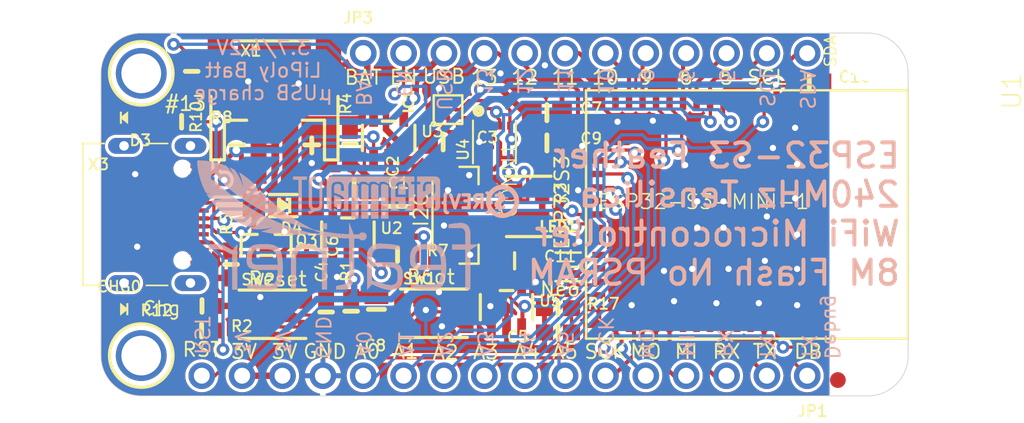
<source format=kicad_pcb>
(kicad_pcb (version 20240108) (generator "pcbnew") (generator_version "8.0")
  (layers (0 "F.Cu" signal) (31 "B.Cu" signal) (34 "B.Paste" user) (35 "F.Paste" user) (36 "B.SilkS" user "B.Silkscreen") (37 "F.SilkS" user "F.Silkscreen") (38 "B.Mask" user) (39 "F.Mask" user) (44 "Edge.Cuts" user))
  (net 0 "")
  (net 1 "GND")
  (net 2 "VBUS")
  (net 3 "VBAT")
  (net 4 "N$1")
  (net 5 "N$3")
  (net 6 "N$4")
  (net 7 "3.3V")
  (net 8 "RESET")
  (net 9 "EN")
  (net 10 "MOSI")
  (net 11 "SDA")
  (net 12 "SCL")
  (net 13 "MISO")
  (net 14 "SCK")
  (net 15 "VHI")
  (net 16 "N$5")
  (net 17 "D+")
  (net 18 "D-")
  (net 19 "N$8")
  (net 20 "N$9")
  (net 21 "A0")
  (net 22 "A1")
  (net 23 "NEOPIX")
  (net 24 "TXD0")
  (net 25 "BOOT0")
  (net 26 "D6")
  (net 27 "D9")
  (net 28 "D10")
  (net 29 "D11")
  (net 30 "D12")
  (net 31 "D13")
  (net 32 "D5")
  (net 33 "RX")
  (net 34 "TX")
  (net 35 "A2")
  (net 36 "A3")
  (net 37 "A4")
  (net 38 "A5")
  (net 39 "NEOPIX_PWR")
  (net 40 "IO34_DBLTAP")
  (net 41 "VSENSOR")
  (net 42 "I2C_PWR")
  (footprint "Adafruit ESP32-S3 8MB No PSRAM:MOUNTINGHOLE_2.5_PLATED" (layer "F.Cu") (at 125.6411 96.1136 -90)
    (property "Reference" "U$31" (hide yes))
    (property "Value" "MOUNTINGHOLE2.5" (hide yes))
  )
  (footprint "" (layer "F.Cu") (at 171.3611 95.4786)
    (property "Reference" "@HOLE1" (hide yes))
    (property "Value" "")
  )
  (footprint "Adafruit ESP32-S3 8MB No PSRAM:0805-NO" (layer "F.Cu") (at 139.0396 103.3018)
    (property "Reference" "C1")
    (property "Value" "10uF")
  )
  (footprint "Adafruit ESP32-S3 8MB No PSRAM:0603-NO" (layer "F.Cu") (at 141.7701 107.5563)
    (property "Reference" "R7")
    (property "Value" "100K")
  )
  (footprint "Adafruit ESP32-S3 8MB No PSRAM:USB_C_CUSB31-CFM2AX-01-X" (layer "F.Cu") (at 125.7681 105.0036 -90)
    (property "Reference" "X3")
    (property "Value" "USB C")
  )
  (footprint "Adafruit ESP32-S3 8MB No PSRAM:0603-NO" (layer "F.Cu") (at 138.8491 111.0996 90)
    (property "Reference" "R1")
    (property "Value" "5.1K")
  )
  (footprint "Adafruit ESP32-S3 8MB No PSRAM:0805-NO" (layer "F.Cu") (at 151.1681 98.5901)
    (property "Reference" "C7")
    (property "Value" "10uF")
  )
  (footprint "Adafruit ESP32-S3 8MB No PSRAM:0603-NO" (layer "F.Cu") (at 129.4384 112.3188)
    (property "Reference" "R2")
    (property "Value" "5.1K")
  )
  (footprint "Adafruit ESP32-S3 8MB No PSRAM:QFN60_ESP32-S2-MINI-1_EXP" (layer "F.Cu") (at 163.7411 105.0036 -90)
    (property "Reference" "U1")
    (property "Value" "ESP32-S3-MINI-1")
  )
  (footprint "Adafruit ESP32-S3 8MB No PSRAM:0603-NO" (layer "F.Cu") (at 151.8666 110.9091)
    (property "Reference" "R17")
    (property "Value" "1Meg")
  )
  (footprint "Adafruit ESP32-S3 8MB No PSRAM:0805-NO" (layer "F.Cu") (at 141.7574 104.4956 90)
    (property "Reference" "C2")
    (property "Value" "10uF")
  )
  (footprint "Adafruit ESP32-S3 8MB No PSRAM:0603-NO" (layer "F.Cu") (at 131.2926 108.1532 90)
    (property "Reference" "R5")
    (property "Value" "5.1K")
  )
  (footprint "Adafruit ESP32-S3 8MB No PSRAM:CHIPLED_0603_NOOUTLINE" (layer "F.Cu") (at 124.5616 110.9726 -90)
    (property "Reference" "CHG0")
    (property "Value" "ORANGE")
  )
  (footprint "Adafruit ESP32-S3 8MB No PSRAM:SOD-123" (layer "F.Cu") (at 134.5819 104.4448 180)
    (property "Reference" "D4")
    (property "Value" "MBR540")
  )
  (footprint "Adafruit ESP32-S3 8MB No PSRAM:JST_SH4_RA" (layer "F.Cu") (at 145.4531 105.0036 -90)
    (property "Reference" "CONN1")
    (property "Value" "JST SH")
  )
  (footprint "Adafruit ESP32-S3 8MB No PSRAM:FIDUCIAL_1MM" (layer "F.Cu") (at 169.4779 115.436 -90)
    (property "Reference" "U$35" (hide yes))
    (property "Value" "FIDUCIAL_1MM" (hide yes))
  )
  (footprint "Adafruit ESP32-S3 8MB No PSRAM:0603-NO" (layer "F.Cu") (at 151.8666 112.4331 180)
    (property "Reference" "C5")
    (property "Value" "1uF")
  )
  (footprint "Adafruit ESP32-S3 8MB No PSRAM:1X16_ROUND" (layer "F.Cu") (at 148.5011 115.1636 180)
    (property "Reference" "JP1")
    (property "Value" "")
  )
  (footprint "Adafruit ESP32-S3 8MB No PSRAM:BME280" (layer "F.Cu") (at 147.8661 100.4316 90)
    (property "Reference" "U4")
    (property "Value" "BME280")
  )
  (footprint "Adafruit ESP32-S3 8MB No PSRAM:1X12_ROUND" (layer "F.Cu") (at 153.5811 94.8436)
    (property "Reference" "JP3")
    (property "Value" "")
  )
  (footprint "" (layer "F.Cu") (at 171.3611 114.5921)
    (property "Reference" "@HOLE0" (hide yes))
    (property "Value" "")
  )
  (footprint "Adafruit ESP32-S3 8MB No PSRAM:SOT23-5" (layer "F.Cu") (at 138.6459 106.2736)
    (property "Reference" "U2")
    (property "Value" "AP2112/RT9080-3.3")
  )
  (footprint "Adafruit ESP32-S3 8MB No PSRAM:0603-NO" (layer "F.Cu") (at 137.2743 111.1504 90)
    (property "Reference" "C4")
    (property "Value" "1uF")
  )
  (footprint "Adafruit ESP32-S3 8MB No PSRAM:0805-NO" (layer "F.Cu") (at 144.6403 100.4316)
    (property "Reference" "C3")
    (property "Value" "10µF")
  )
  (footprint "Adafruit ESP32-S3 8MB No PSRAM:0603-NO" (layer "F.Cu") (at 138.7729 100.5586 90)
    (property "Reference" "R4")
    (property "Value" "5.1K")
  )
  (footprint "Adafruit ESP32-S3 8MB No PSRAM:0603-NO" (layer "F.Cu") (at 129.4638 110.7694 180)
    (property "Reference" "R12")
    (property "Value" "100K")
  )
  (footprint "Adafruit ESP32-S3 8MB No PSRAM:SK6805_1515" (layer "F.Cu") (at 152.5016 108.3056)
    (property "Reference" "LED1")
    (property "Value" "WS2812B_SK6805_1515")
  )
  (footprint "Adafruit ESP32-S3 8MB No PSRAM:_0805MP" (layer "F.Cu") (at 149.1361 107.9246)
    (property "Reference" "C11")
    (property "Value" "10uF")
  )
  (footprint "Adafruit ESP32-S3 8MB No PSRAM:BTN_KMR2_4.6X2.8" (layer "F.Cu") (at 133.8961 111.2901)
    (property "Reference" "SW2")
    (property "Value" "KMR2")
  )
  (footprint "Adafruit ESP32-S3 8MB No PSRAM:SOT23-5" (layer "F.Cu") (at 148.6281 110.8456)
    (property "Reference" "U5")
    (property "Value" "AP2112/RT9080-3.3")
  )
  (footprint "Adafruit ESP32-S3 8MB No PSRAM:0603-NO" (layer "F.Cu") (at 128.8161 95.9866 -90)
    (property "Reference" "R10")
    (property "Value" "5.1K")
  )
  (footprint "Adafruit ESP32-S3 8MB No PSRAM:MOUNTINGHOLE_2.5_PLATED" (layer "F.Cu") (at 125.6411 113.8936 -90)
    (property "Reference" "U$32" (hide yes))
    (property "Value" "MOUNTINGHOLE2.5" (hide yes))
  )
  (footprint "Adafruit ESP32-S3 8MB No PSRAM:JSTPH2_BATT" (layer "F.Cu") (at 134.0231 97.0661)
    (property "Reference" "X1")
    (property "Value" "JSTPH")
  )
  (footprint "Adafruit ESP32-S3 8MB No PSRAM:0603-NO" (layer "F.Cu") (at 167.6781 96.6216)
    (property "Reference" "C10")
    (property "Value" "1uF")
  )
  (footprint "Adafruit ESP32-S3 8MB No PSRAM:CHIPLED_0603_NOOUTLINE" (layer "F.Cu") (at 124.5616 98.9076 90)
    (property "Reference" "D3")
    (property "Value" "RED")
  )
  (footprint "Adafruit ESP32-S3 8MB No PSRAM:0805-NO" (layer "F.Cu") (at 136.0443 107.0406 -90)
    (property "Reference" "C6")
    (property "Value" "10µF")
  )
  (footprint "Adafruit ESP32-S3 8MB No PSRAM:0805-NO" (layer "F.Cu") (at 140.4389 110.9818 -90)
    (property "Reference" "C8")
    (property "Value" "10µF")
  )
  (footprint "Adafruit ESP32-S3 8MB No PSRAM:0603-NO" (layer "F.Cu") (at 128.1811 99.1616)
    (property "Reference" "R8")
    (property "Value" "5.1K")
  )
  (footprint "Adafruit ESP32-S3 8MB No PSRAM:0805-NO" (layer "F.Cu") (at 151.1681 100.4951)
    (property "Reference" "C9")
    (property "Value" "10uF")
  )
  (footprint "Adafruit ESP32-S3 8MB No PSRAM:BTN_KMR2_4.6X2.8" (layer "F.Cu") (at 144.0561 111.2266)
    (property "Reference" "SW1")
    (property "Value" "KMR2")
  )
  (footprint "Adafruit ESP32-S3 8MB No PSRAM:SOT23-R" (layer "F.Cu") (at 133.5024 106.9213)
    (property "Reference" "Q3")
    (property "Value" "DMG3415U")
  )
  (footprint "Adafruit ESP32-S3 8MB No PSRAM:WLCSP9" (layer "F.Cu") (at 144.9451 98.3996 90)
    (property "Reference" "IC1")
    (property "Value" "LC709203F/MH")
  )
  (footprint "Adafruit ESP32-S3 8MB No PSRAM:FIDUCIAL_1MM" (layer "F.Cu") (at 134.5311 95.3516 -90)
    (property "Reference" "U$34" (hide yes))
    (property "Value" "FIDUCIAL_1MM" (hide yes))
  )
  (footprint "Adafruit ESP32-S3 8MB No PSRAM:SOT23-5" (layer "F.Cu") (at 141.2113 100.1776)
    (property "Reference" "U3")
    (property "Value" "MCP73831T-2ACI/OT")
  )
  (footprint "Adafruit ESP32-S3 8MB No PSRAM:RESPACK_4X0603" (layer "F.Cu") (at 150.0251 104.4956 -90)
    (property "Reference" "R3")
    (property "Value" "10K")
  )
  (footprint "Adafruit ESP32-S3 8MB No PSRAM:STEMMAQT" (layer "B.Cu") (at 144.4371 105.2576 180)
    (property "Reference" "U$53" (hide yes))
    (property "Value" "" (hide yes))
  )
  (footprint "Adafruit ESP32-S3 8MB No PSRAM:FEATHERLOGO_MED" (layer "B.Cu") (at 146.9771 109.8296 180)
    (property "Reference" "U$15" (hide yes))
    (property "Value" "" (hide yes))
  )
  (footprint "Adafruit ESP32-S3 8MB No PSRAM:TESTPOINT_ROUND_1.5MM_NO" (layer "B.Cu") (at 143.5481 111.0234 180)
    (property "Reference" "TP1" (hide yes))
    (property "Value" "" (hide yes))
  )
  (footprint "Adafruit ESP32-S3 8MB No PSRAM:PCBFEAT-REV-040" (layer "B.Cu") (at 148.3741 104.1781 180)
    (property "Reference" "U$14" (hide yes))
    (property "Value" "" (hide yes))
  )
  (gr_line (start 125.6411 116.4336) (end 171.3611 116.4336) (stroke (width 0.05)) (layer "Edge.Cuts"))
  (gr_line (start 171.3611 93.5736) (end 125.6411 93.5736) (stroke (width 0.05)) (layer "Edge.Cuts"))
  (gr_arc (start 125.6411 116.4336) (mid 123.845049 115.689651) (end 123.1011 113.8936) (stroke (width 0.05)) (layer "Edge.Cuts"))
  (gr_arc (start 123.1011 96.1136) (mid 123.845049 94.317549) (end 125.6411 93.5736) (stroke (width 0.05)) (layer "Edge.Cuts"))
  (gr_line (start 173.9011 113.8936) (end 173.9011 96.1136) (stroke (width 0.05)) (layer "Edge.Cuts"))
  (gr_line (start 123.1011 96.1136) (end 123.1011 113.8936) (stroke (width 0.05)) (layer "Edge.Cuts"))
  (gr_arc (start 173.9011 113.8936) (mid 173.157151 115.689651) (end 171.3611 116.4336) (stroke (width 0.05)) (layer "Edge.Cuts"))
  (gr_arc (start 171.3611 93.5736) (mid 173.157151 94.317549) (end 173.9011 96.1136) (stroke (width 0.05)) (layer "Edge.Cuts"))
  (gr_text "A5" (at 152.3111 113.1316 -90) (layer "B.SilkS") (effects (font (size 0.89408 0.89408) (thickness 0.12192)) (justify mirror)))
  (gr_text "3.7/4.2V\nLiPoly Batt\nµUSB charge" (at 133.3246 95.9231 0) (layer "B.SilkS") (effects (font (size 0.88392 0.88392) (thickness 0.13208)) (justify mirror)))
  (gr_text "MO" (at 157.3911 113.1316 -90) (layer "B.SilkS") (effects (font (size 0.89408 0.89408) (thickness 0.12192)) (justify mirror)))
  (gr_text "10" (at 154.8511 96.6216 -90) (layer "B.SilkS") (effects (font (size 0.89408 0.89408) (thickness 0.12192)) (justify mirror)))
  (gr_text "RST" (at 129.4511 112.6236 -90) (layer "B.SilkS") (effects (font (size 0.89408 0.89408) (thickness 0.12192)) (justify mirror)))
  (gr_text "A2" (at 144.7419 113.157 -90) (layer "B.SilkS") (effects (font (size 0.89408 0.89408) (thickness 0.12192)) (justify mirror)))
  (gr_text "GND" (at 137.0711 112.7506 -90) (layer "B.SilkS") (effects (font (size 0.89408 0.89408) (thickness 0.12192)) (justify mirror)))
  (gr_text "RX" (at 162.3441 113.1316 -90) (layer "B.SilkS") (effects (font (size 0.89408 0.89408) (thickness 0.12192)) (justify mirror)))
  (gr_text "A3" (at 147.2565 113.157 -90) (layer "B.SilkS") (effects (font (size 0.89408 0.89408) (thickness 0.12192)) (justify mirror)))
  (gr_text "5" (at 162.4711 96.2406 -90) (layer "B.SilkS") (effects (font (size 0.89408 0.89408) (thickness 0.12192)) (justify mirror)))
  (gr_text "SCL" (at 165.0111 97.0026 -90) (layer "B.SilkS") (effects (font (size 0.89408 0.89408) (thickness 0.12192)) (justify mirror)))
  (gr_text "ESP32-S3 Feather\n240MHz Tensilica\nWiFi Microcontroller\n8M Flash No PSRAM" (at 173.5201 109.5756 0) (layer "B.SilkS") (effects (font (size 1.52908 1.52908) (thickness 0.24892)) (justify left bottom mirror)))
  (gr_text "SDA" (at 167.5511 97.1296 -90) (layer "B.SilkS") (effects (font (size 0.89408 0.89408) (thickness 0.12192)) (justify mirror)))
  (gr_text "SCK" (at 154.8511 112.7506 -90) (layer "B.SilkS") (effects (font (size 0.89408 0.89408) (thickness 0.12192)) (justify mirror)))
  (gr_text "3V" (at 134.5311 113.1316 -90) (layer "B.SilkS") (effects (font (size 0.89408 0.89408) (thickness 0.12192)) (justify mirror)))
  (gr_text "11" (at 152.3111 96.4946 -90) (layer "B.SilkS") (effects (font (size 0.89408 0.89408) (thickness 0.12192)) (justify mirror)))
  (gr_text "6" (at 159.9311 96.2406 -90) (layer "B.SilkS") (effects (font (size 0.89408 0.89408) (thickness 0.12192)) (justify mirror)))
  (gr_text "BAT" (at 139.6111 97.0026 -90) (layer "B.SilkS") (effects (font (size 0.89408 0.89408) (thickness 0.12192)) (justify mirror)))
  (gr_text "TX" (at 165.0111 113.3856 -90) (layer "B.SilkS") (effects (font (size 0.89408 0.89408) (thickness 0.12192)) (justify mirror)))
  (gr_text "USB" (at 144.6911 97.1296 -90) (layer "B.SilkS") (effects (font (size 0.89408 0.89408) (thickness 0.12192)) (justify mirror)))
  (gr_text "A4" (at 149.8981 113.1316 -90) (layer "B.SilkS") (effects (font (size 0.89408 0.89408) (thickness 0.12192)) (justify mirror)))
  (gr_text "9" (at 157.3911 96.2406 -90) (layer "B.SilkS") (effects (font (size 0.89408 0.89408) (thickness 0.12192)) (justify mirror)))
  (gr_text "A1" (at 142.2781 113.1316 -90) (layer "B.SilkS") (effects (font (size 0.89408 0.89408) (thickness 0.12192)) (justify mirror)))
  (gr_text "13" (at 147.2311 96.6216 -90) (layer "B.SilkS") (effects (font (size 0.89408 0.89408) (thickness 0.12192)) (justify mirror)))
  (gr_text "12" (at 149.7711 96.6216 -90) (layer "B.SilkS") (effects (font (size 0.89408 0.89408) (thickness 0.12192)) (justify mirror)))
  (gr_text "Debug\nTX" (at 168.3766 114.2111 -90) (layer "B.SilkS") (effects (font (size 0.89408 0.89408) (thickness 0.12192)) (justify left mirror)))
  (gr_text "3V" (at 131.9911 113.1316 -90) (layer "B.SilkS") (effects (font (size 0.89408 0.89408) (thickness 0.12192)) (justify mirror)))
  (gr_text "A0" (at 139.6111 113.1316 -90) (layer "B.SilkS") (effects (font (size 0.89408 0.89408) (thickness 0.12192)) (justify mirror)))
  (gr_text "MI" (at 159.9311 113.2586 -90) (layer "B.SilkS") (effects (font (size 0.89408 0.89408) (thickness 0.12192)) (justify mirror)))
  (gr_text "EN" (at 142.1511 96.7486 -90) (layer "B.SilkS") (effects (font (size 0.89408 0.89408) (thickness 0.12192)) (justify mirror)))
  (gr_text "SDA" (at 169.0116 94.7166 90) (layer "F.SilkS") (effects (font (size 0.715264 0.715264) (thickness 0.097536))))
  (gr_text "RX" (at 162.4711 113.6396 0) (layer "F.SilkS") (effects (font (size 0.89408 0.89408) (thickness 0.12192))))
  (gr_text "DB" (at 167.6146 113.6396 0) (layer "F.SilkS") (effects (font (size 0.89408 0.89408) (thickness 0.12192))))
  (gr_text "3V" (at 132.1181 113.6396 0) (layer "F.SilkS") (effects (font (size 0.89408 0.89408) (thickness 0.12192))))
  (gr_text "9" (at 157.3911 96.3676 0) (layer "F.SilkS") (effects (font (size 0.89408 0.89408) (thickness 0.12192))))
  (gr_text "5" (at 162.4711 96.3676 0) (layer "F.SilkS") (effects (font (size 0.89408 0.89408) (thickness 0.12192))))
  (gr_text "12" (at 149.7711 96.3676 0) (layer "F.SilkS") (effects (font (size 0.89408 0.89408) (thickness 0.12192))))
  (gr_text "A5" (at 152.3111 113.6396 0) (layer "F.SilkS") (effects (font (size 0.89408 0.89408) (thickness 0.12192))))
  (gr_text "6" (at 159.9311 96.3676 0) (layer "F.SilkS") (effects (font (size 0.89408 0.89408) (thickness 0.12192))))
  (gr_text "MI" (at 159.9311 113.6396 0) (layer "F.SilkS") (effects (font (size 0.89408 0.89408) (thickness 0.12192))))
  (gr_text "SCL" (at 165.0111 96.3676 0) (layer "F.SilkS") (effects (font (size 0.89408 0.89408) (thickness 0.12192))))
  (gr_text "RST" (at 129.4511 113.5126 0) (layer "F.SilkS") (effects (font (size 0.89408 0.89408) (thickness 0.12192))))
  (gr_text "GND" (at 137.1981 113.6396 0) (layer "F.SilkS") (effects (font (size 0.89408 0.89408) (thickness 0.12192))))
  (gr_text "SCK" (at 154.8511 113.6396 0) (layer "F.SilkS") (effects (font (size 0.89408 0.89408) (thickness 0.12192))))
  (gr_text "I2C" (at 142.7226 103.5431 90) (layer "F.SilkS") (effects (font (size 0.89408 0.89408) (thickness 0.12192)) (justify right top)))
  (gr_text "EN" (at 142.1511 96.3676 0) (layer "F.SilkS") (effects (font (size 0.89408 0.89408) (thickness 0.12192))))
  (gr_text "TX" (at 164.8841 113.6396 0) (layer "F.SilkS") (effects (font (size 0.89408 0.89408) (thickness 0.12192))))
  (gr_text "#13" (at 128.4351 98.0186 0) (layer "F.SilkS") (effects (font (size 0.89408 0.89408) (thickness 0.12192))))
  (gr_text "3V" (at 134.6581 113.6396 0) (layer "F.SilkS") (effects (font (size 0.89408 0.89408) (thickness 0.12192))))
  (gr_text "13" (at 147.2311 96.3676 0) (layer "F.SilkS") (effects (font (size 0.89408 0.89408) (thickness 0.12192))))
  (gr_text "MO" (at 157.3911 113.6396 0) (layer "F.SilkS") (effects (font (size 0.89408 0.89408) (thickness 0.12192))))
  (gr_text "11" (at 152.3111 96.3676 0) (layer "F.SilkS") (effects (font (size 0.89408 0.89408) (thickness 0.12192))))
  (gr_text "Boot" (at 143.8656 108.9406 0) (layer "F.SilkS") (effects (font (size 0.89408 0.89408) (thickness 0.12192))))
  (gr_text "A4" (at 149.8981 113.6396 0) (layer "F.SilkS") (effects (font (size 0.89408 0.89408) (thickness 0.12192))))
  (gr_text "Chg" (at 126.9111 110.9091 0) (layer "F.SilkS") (effects (font (size 0.849376 0.849376) (thickness 0.115824))))
  (gr_text "ESP32S3" (at 152.1206 104.2416 90) (layer "F.SilkS") (effects (font (size 0.89408 0.89408) (thickness 0.12192))))
  (gr_text "Neo" (at 151.9936 109.7026 0) (layer "F.SilkS") (effects (font (size 0.89408 0.89408) (thickness 0.12192))))
  (gr_text "A2" (at 144.7927 113.6904 0) (layer "F.SilkS") (effects (font (size 0.89408 0.89408) (thickness 0.12192))))
  (gr_text "A3" (at 147.3327 113.665 0) (layer "F.SilkS") (effects (font (size 0.89408 0.89408) (thickness 0.12192))))
  (gr_text "USB" (at 144.6911 96.3041 0) (layer "F.SilkS") (effects (font (size 0.89408 0.89408) (thickness 0.12192))))
  (gr_text "Reset" (at 134.2136 109.0676 0) (layer "F.SilkS") (effects (font (size 0.89408 0.89408) (thickness 0.12192))))
  (gr_text "10" (at 154.8511 96.3676 0) (layer "F.SilkS") (effects (font (size 0.89408 0.89408) (thickness 0.12192))))
  (gr_text "A0" (at 139.8651 113.6396 0) (layer "F.SilkS") (effects (font (size 0.89408 0.89408) (thickness 0.12192))))
  (gr_text "A1" (at 142.2781 113.6396 0) (layer "F.SilkS") (effects (font (size 0.89408 0.89408) (thickness 0.12192))))
  (gr_text "BAT" (at 139.6111 96.3676 0) (layer "F.SilkS") (effects (font (size 0.89408 0.89408) (thickness 0.12192))))
  (segment (start 148.3106 106.0196) (end 148.3106 106.3371) (width 0.2032) (layer "F.Cu") (net 1))
  (segment (start 141.727712 111.0328) (end 141.3379 111.0328) (width 0.4064) (layer "F.Cu") (net 1))
  (segment (start 130.9751 99.9236) (end 132.7531 99.9236) (width 0.4064) (layer "F.Cu") (net 1))
  (segment (start 138.6459 107.5737) (end 138.6459 108.101013) (width 0.4064) (layer "F.Cu") (net 1))
  (segment (start 148.3106 106.3371) (end 148.1441 106.5036) (width 0.2032) (layer "F.Cu") (net 1))
  (segment (start 163.086 105.0036) (end 164.8841 105.0036) (width 0.2032) (layer "F.Cu") (net 1))
  (segment (start 139.9896 102.7303) (end 138.7729 101.5136) (width 0.4064) (layer "F.Cu") (net 1))
  (segment (start 158.9786 102.3366) (end 157.4546 102.3366) (width 0.254) (layer "F.Cu") (net 1))
  (segment (start 137.8331 108.6866) (end 136.0443 108.6866) (width 0.4064) (layer "F.Cu") (net 1))
  (segment (start 142.0061 110.754413) (end 141.727712 111.0328) (width 0.4064) (layer "F.Cu") (net 1))
  (segment (start 155.466996 99.0346) (end 156.8831 99.0346) (width 0.254) (layer "F.Cu") (net 1))
  (segment (start 164.8841 105.0036) (end 165.0111 105.1306) (width 0.2032) (layer "F.Cu") (net 1))
  (segment (start 137.965 108.5547) (end 137.8331 108.6866) (width 0.4064) (layer "F.Cu") (net 1))
  (segment (start 154.435996 98.0036) (end 155.466996 99.0346) (width 0.254) (layer "F.Cu") (net 1))
  (segment (start 129.6031 101.8036) (end 130.7889 100.6178) (width 0.4064) (layer "F.Cu") (net 1))
  (segment (start 144.9451 98.8996) (end 144.9451 99.7864) (width 0.2032) (layer "F.Cu") (net 1))
  (segment (start 138.4291 101.4086) (end 137.7061 100.6856) (width 0.4064) (layer "F.Cu") (net 1))
  (segment (start 132.7531 99.9236) (end 133.0231 100.1936) (width 0.4064) (layer "F.Cu") (net 1))
  (segment (start 131.5668 110.7694) (end 131.8461 110.4901) (width 0.4064) (layer "F.Cu") (net 1))
  (segment (start 145.5903 101.2042) (end 144.5909 102.2036) (width 0.4064) (layer "F.Cu") (net 1))
  (segment (start 145.5903 100.4316) (end 145.5903 101.2042) (width 0.4064) (layer "F.Cu") (net 1))
  (segment (start 138.6459 108.101013) (end 138.192212 108.5547) (width 0.4064) (layer "F.Cu") (net 1))
  (segment (start 130.3138 110.7694) (end 131.5668 110.7694) (width 0.4064) (layer "F.Cu") (net 1))
  (segment (start 129.3131 101.8036) (end 129.6031 101.8036) (width 0.4064) (layer "F.Cu") (net 1))
  (segment (start 130.7889 100.6178) (end 130.7889 100.607063) (width 0.4064) (layer "F.Cu") (net 1))
  (segment (start 137.7061 100.6856) (end 137.4521 100.6856) (width 0.4064) (layer "F.Cu") (net 1))
  (segment (start 144.9451 99.7864) (end 145.5903 100.4316) (width 0.2032) (layer "F.Cu") (net 1))
  (segment (start 149.1751 105.7956) (end 148.5346 105.7956) (width 0.2032) (layer "F.Cu") (net 1))
  (segment (start 138.7729 101.5136) (end 138.7729 101.4086) (width 0.4064) (layer "F.Cu") (net 1))
  (segment (start 138.192212 108.5547) (end 137.965 108.5547) (width 0.4064) (layer "F.Cu") (net 1))
  (segment (start 130.3401 109.0032) (end 131.2926 109.0032) (width 0.4064) (layer "F.Cu") (net 1))
  (segment (start 141.2113 101.4777) (end 141.2113 102.9995) (width 0.4064) (layer "F.Cu") (net 1))
  (segment (start 156.8831 99.0346) (end 157.4546 99.6061) (width 0.254) (layer "F.Cu") (net 1))
  (segment (start 137.4521 100.6856) (end 136.3726 101.7651) (width 0.4064) (layer "F.Cu") (net 1))
  (segment (start 130.7889 100.607063) (end 130.8481 100.547863) (width 0.4064) (layer "F.Cu") (net 1))
  (segment (start 129.3131 108.2036) (end 129.5405 108.2036) (width 0.4064) (layer "F.Cu") (net 1))
  (segment (start 148.5346 105.7956) (end 148.3106 106.0196) (width 0.2032) (layer "F.Cu") (net 1))
  (segment (start 133.0231 100.1936) (end 133.0231 100.7661) (width 0.4064) (layer "F.Cu") (net 1))
  (segment (start 141.3379 111.0328) (end 140.4389 111.9318) (width 0.4064) (layer "F.Cu") (net 1))
  (segment (start 138.7729 101.4086) (end 138.4291 101.4086) (width 0.4064) (layer "F.Cu") (net 1))
  (segment (start 130.3401 109.0032) (end 129.5405 108.2036) (width 0.4064) (layer "F.Cu") (net 1))
  (segment (start 159.64535 101.66985) (end 158.9786 102.3366) (width 0.254) (layer "F.Cu") (net 1))
  (segment (start 141.2113 102.9995) (end 141.7574 103.5456) (width 0.4064) (layer "F.Cu") (net 1))
  (segment (start 130.8481 100.0506) (end 130.9751 99.9236) (width 0.4064) (layer "F.Cu") (net 1))
  (segment (start 139.9896 103.3018) (end 139.9896 102.7303) (width 0.4064) (layer "F.Cu") (net 1))
  (segment (start 157.4546 99.6061) (end 157.4546 102.3366) (width 0.254) (layer "F.Cu") (net 1))
  (segment (start 136.0443 108.6866) (end 136.0443 107.9906) (width 0.4064) (layer "F.Cu") (net 1))
  (segment (start 142.0061 110.4266) (end 142.0061 110.754413) (width 0.4064) (layer "F.Cu") (net 1))
  (segment (start 148.1441 106.5036) (end 147.1391 106.5036) (width 0.2032) (layer "F.Cu") (net 1))
  (segment (start 159.64535 101.66985) (end 159.8676 101.8921) (width 0.254) (layer "F.Cu") (net 1))
  (segment (start 130.8481 100.547863) (end 130.8481 100.0506) (width 0.4064) (layer "F.Cu") (net 1))
  (via (at 164.5031 110.5916) (size 0.8001) (drill 0.3937) (layers "F.Cu" "B.Cu") (net 1))
  (via (at 132.3721 96.6216) (size 0.8001) (drill 0.3937) (layers "F.Cu" "B.Cu") (net 1))
  (via (at 161.8361 110.5916) (size 0.8001) (drill 0.3937) (layers "F.Cu" "B.Cu") (net 1))
  (via (at 164.8841 107.9246) (size 0.8001) (drill 0.3937) (layers "F.Cu" "B.Cu") (net 1))
  (via (at 134.6581 106.0831) (size 0.8001) (drill 0.3937) (layers "F.Cu" "B.Cu") (net 1))
  (via (at 153.1366 103.4796) (size 0.8001) (drill 0.3937) (layers "F.Cu" "B.Cu") (net 1))
  (via (at 162.2806 105.8291) (size 0.8001) (drill 0.3937) (layers "F.Cu" "B.Cu") (net 1))
  (via (at 166.7891 99.5426) (size 0.8001) (drill 0.3937) (layers "F.Cu" "B.Cu") (net 1))
  (via (at 144.3736 97.0661) (size 0.8001) (drill 0.3937) (layers "F.Cu" "B.Cu") (net 1))
  (via (at 160.3121 108.4326) (size 0.8001) (drill 0.3937) (layers "F.Cu" "B.Cu") (net 1))
  (via (at 155.6131 99.1616) (size 0.8001) (drill 0.3937) (layers "F.Cu" "B.Cu") (net 1))
  (via (at 159.1691 110.4646) (size 0.8001) (drill 0.3937) (layers "F.Cu" "B.Cu") (net 1))
  (via (at 160.6296 105.8291) (size 0.8001) (drill 0.3937) (layers "F.Cu" "B.Cu") (net 1))
  (via (at 159.8676 101.8921) (size 0.8001) (drill 0.3937) (layers "F.Cu" "B.Cu") (net 1))
  (via (at 156.5021 110.7186) (size 0.8001) (drill 0.3937) (layers "F.Cu" "B.Cu") (net 1))
  (via (at 136.3726 101.7651) (size 0.8001) (drill 0.3937) (layers "F.Cu" "B.Cu") (net 1))
  (via (at 165.0111 105.1306) (size 0.8001) (drill 0.3937) (layers "F.Cu" "B.Cu") (net 1))
  (via (at 166.9161 106.2736) (size 0.8001) (drill 0.3937) (layers "F.Cu" "B.Cu") (net 1))
  (via (at 137.9601 108.9406) (size 0.8001) (drill 0.3937) (layers "F.Cu" "B.Cu") (net 1))
  (via (at 148.2471 96.1136) (size 0.8001) (drill 0.3937) (layers "F.Cu" "B.Cu") (net 1))
  (via (at 166.7891 103.9876) (size 0.8001) (drill 0.3937) (layers "F.Cu" "B.Cu") (net 1))
  (via (at 158.5341 108.5596) (size 0.8001) (drill 0.3937) (layers "F.Cu" "B.Cu") (net 1))
  (via (at 163.4236 101.5111) (size 0.8001) (drill 0.3937) (layers "F.Cu" "B.Cu") (net 1))
  (via (at 160.6296 104.1781) (size 0.8001) (drill 0.3937) (layers "F.Cu" "B.Cu") (net 1))
  (via (at 166.9161 108.4326) (size 0.8001) (drill 0.3937) (layers "F.Cu" "B.Cu") (net 1))
  (via (at 151.0411 95.6056) (size 0.8001) (drill 0.3937) (layers "F.Cu" "B.Cu") (net 1))
  (via (at 146.9136 100.4316) (size 0.8001) (drill 0.3937) (layers "F.Cu" "B.Cu") (net 1))
  (via (at 144.6911 105.7021) (size 0.8001) (drill 0.3937) (layers "F.Cu" "B.Cu") (net 1))
  (via (at 150.4696 109.2581) (size 0.8001) (drill 0.3937) (layers "F.Cu" "B.Cu") (net 1))
  (via (at 147.6121 110.7821) (size 0.8001) (drill 0.3937) (layers "F.Cu" "B.Cu") (net 1))
  (via (at 144.9451 103.4796) (size 0.8001) (drill 0.3937) (layers "F.Cu" "B.Cu") (net 1))
  (via (at 146.2786 102.5271) (size 0.8001) (drill 0.3937) (layers "F.Cu" "B.Cu") (net 1))
  (via (at 153.2001 106.7181) (size 0.8001) (drill 0.3937) (layers "F.Cu" "B.Cu") (net 1))
  (via (at 144.3736 109.8931) (size 0.8001) (drill 0.3937) (layers "F.Cu" "B.Cu") (net 1))
  (via (at 166.9161 101.8286) (size 0.8001) (drill 0.3937) (layers "F.Cu" "B.Cu") (net 1))
  (via (at 162.5981 108.4326) (size 0.8001) (drill 0.3937) (layers "F.Cu" "B.Cu") (net 1))
  (via (at 161.5821 101.4476) (size 0.8001) (drill 0.3937) (layers "F.Cu" "B.Cu") (net 1))
  (via (at 144.5641 112.0521) (size 0.8001) (drill 0.3937) (layers "F.Cu" "B.Cu") (net 1))
  (via (at 135.5471 96.7486) (size 0.8001) (drill 0.3937) (layers "F.Cu" "B.Cu") (net 1))
  (via (at 146.3421 107.5436) (size 0.8001) (drill 0.3937) (layers "F.Cu" "B.Cu") (net 1))
  (via (at 125.2601 102.4636) (size 0.8001) (drill 0.3937) (layers "F.Cu" "B.Cu") (net 1))
  (via (at 157.8356 99.0981) (size 0.8001) (drill 0.3937) (layers "F.Cu" "B.Cu") (net 1))
  (via (at 166.9161 110.7186) (size 0.8001) (drill 0.3937) (layers "F.Cu" "B.Cu") (net 1))
  (via (at 162.2806 104.1781) (size 0.8001) (drill 0.3937) (layers "F.Cu" "B.Cu") (net 1))
  (via (at 153.3906 100.6856) (size 0.8001) (drill 0.3937) (layers "F.Cu" "B.Cu") (net 1))
  (via (at 165.3921 100.8126) (size 0.8001) (drill 0.3937) (layers "F.Cu" "B.Cu") (net 1))
  (via (at 125.3871 107.0356) (size 0.8001) (drill 0.3937) (layers "F.Cu" "B.Cu") (net 1))
  (via (at 133.1341 110.2106) (size 0.8001) (drill 0.3937) (layers "F.Cu" "B.Cu") (net 1))
  (segment (start 131.9406 101.2701) (end 131.9406 103.5561) (width 0.3048) (layer "F.Cu") (net 2))
  (segment (start 142.9131 96.6216) (end 142.9131 97.536) (width 0.4064) (layer "F.Cu") (net 2))
  (segment (start 131.6231 100.9526) (end 131.3691 101.2066) (width 0.3048) (layer "F.Cu") (net 2))
  (segment (start 131.3691 101.2066) (end 131.3451 101.2066) (width 0.3048) (layer "F.Cu") (net 2))
  (segment (start 127.2921 107.044354) (end 127.2921 104.058038) (width 0.3048) (layer "F.Cu") (net 2))
  (segment (start 129.3131 102.6036) (end 129.9481 102.6036) (width 0.3048) (layer "F.Cu") (net 2))
  (segment (start 128.746537 107.4036) (end 128.38729 107.044354) (width 0.3048) (layer "F.Cu") (net 2))
  (segment (start 123.8116 110.9726) (end 123.8116 110.7186) (width 0.4064) (layer "F.Cu") (net 2))
  (segment (start 124.3097 110.2205) (end 127.2286 110.2205) (width 0.3048) (layer "F.Cu") (net 2))
  (segment (start 132.7319 104.4448) (end 132.7319 104.3474) (width 0.3048) (layer "F.Cu") (net 2))
  (segment (start 124.3097 110.2205) (end 123.8116 110.7186) (width 0.3048) (layer "F.Cu") (net 2))
  (segment (start 127.2921 104.058038) (end 128.746537 102.6036) (width 0.3048) (layer "F.Cu") (net 2))
  (segment (start 132.7319 104.4448) (end 132.7319 107.7418) (width 0.3048) (layer "F.Cu") (net 2))
  (segment (start 131.9406 101.2701) (end 131.6231 100.9526) (width 0.3048) (layer "F.Cu") (net 2))
  (segment (start 132.7319 104.3474) (end 131.9406 103.5561) (width 0.3048) (layer "F.Cu") (net 2))
  (segment (start 142.9131 97.536) (end 142.7734 97.6757) (width 0.4064) (layer "F.Cu") (net 2))
  (segment (start 131.3451 101.2066) (end 129.9481 102.6036) (width 0.3048) (layer "F.Cu") (net 2))
  (segment (start 128.38729 107.044354) (end 127.2921 107.044354) (width 0.3048) (layer "F.Cu") (net 2))
  (segment (start 129.3131 107.4036) (end 128.746537 107.4036) (width 0.3048) (layer "F.Cu") (net 2))
  (segment (start 142.1613 98.2878) (end 142.7734 97.6757) (width 0.4064) (layer "F.Cu") (net 2))
  (segment (start 128.746537 102.6036) (end 129.3131 102.6036) (width 0.3048) (layer "F.Cu") (net 2))
  (segment (start 127.2921 107.434107) (end 126.951603 107.774604) (width 0.3048) (layer "F.Cu") (net 2))
  (segment (start 126.951603 107.774604) (end 126.951603 109.395) (width 0.3048) (layer "F.Cu") (net 2))
  (segment (start 142.1613 98.8775) (end 142.1613 98.2878) (width 0.4064) (layer "F.Cu") (net 2))
  (segment (start 126.951603 109.395) (end 127.2286 109.671997) (width 0.3048) (layer "F.Cu") (net 2))
  (segment (start 127.2286 110.2205) (end 127.3664 110.2205) (width 0.3048) (layer "F.Cu") (net 2))
  (segment (start 142.9131 96.6216) (end 144.6911 94.8436) (width 0.4064) (layer "F.Cu") (net 2))
  (segment (start 127.2286 109.671997) (end 127.2286 110.2205) (width 0.3048) (layer "F.Cu") (net 2))
  (segment (start 127.9153 110.7694) (end 127.3664 110.2205) (width 0.3048) (layer "F.Cu") (net 2))
  (segment (start 132.5524 107.9213) (end 132.7319 107.7418) (width 0.3048) (layer "F.Cu") (net 2))
  (segment (start 127.2921 107.434107) (end 127.2921 107.044354) (width 0.3048) (layer "F.Cu") (net 2))
  (segment (start 128.6138 110.7694) (end 127.9153 110.7694) (width 0.3048) (layer "F.Cu") (net 2))
  (via (at 142.7734 97.6757) (size 0.889) (drill 0.4826) (layers "F.Cu" "B.Cu") (net 2))
  (via (at 131.6231 100.9526) (size 0.889) (drill 0.4826) (layers "F.Cu" "B.Cu") (net 2))
  (segment (start 131.6231 100.9526) (end 134.5181 100.9526) (width 0.4064) (layer "B.Cu") (net 2))
  (segment (start 136.3091 99.1616) (end 141.2875 99.1616) (width 0.4064) (layer "B.Cu") (net 2))
  (segment (start 136.3091 99.1616) (end 134.5181 100.9526) (width 0.4064) (layer "B.Cu") (net 2))
  (segment (start 142.7734 97.6757) (end 141.2875 99.1616) (width 0.4064) (layer "B.Cu") (net 2))
  (segment (start 139.1666 98.3996) (end 139.8651 97.7011) (width 0.4064) (layer "F.Cu") (net 3))
  (segment (start 143.669096 100.679744) (end 143.6903 100.4316) (width 0.3048) (layer "F.Cu") (net 3))
  (segment (start 143.6903 98.1939) (end 143.9846 97.8996) (width 0.3048) (layer "F.Cu") (net 3))
  (segment (start 135.0231 99.0506) (end 135.0231 100.7661) (width 0.4064) (layer "F.Cu") (net 3))
  (segment (start 135.6741 98.3996) (end 139.1666 98.3996) (width 0.4064) (layer "F.Cu") (net 3))
  (segment (start 143.6903 100.4316) (end 143.6903 98.1939) (width 0.3048) (layer "F.Cu") (net 3))
  (segment (start 134.5819 102.4128) (end 134.5819 104.8418) (width 0.3048) (layer "F.Cu") (net 3))
  (segment (start 141.0443 99.642888) (end 142.1613 100.759888) (width 0.4064) (layer "F.Cu") (net 3))
  (segment (start 139.8651 97.7011) (end 139.8651 97.7646) (width 0.4064) (layer "F.Cu") (net 3))
  (segment (start 143.669096 100.679744) (end 143.54054 100.679744) (width 0.3048) (layer "F.Cu") (net 3))
  (segment (start 142.1613 100.759888) (end 142.1613 101.4777) (width 0.4064) (layer "F.Cu") (net 3))
  (segment (start 134.9121 102.0826) (end 134.9121 100.8771) (width 0.3048) (layer "F.Cu") (net 3))
  (segment (start 142.1613 101.4777) (end 142.76214 101.4777) (width 0.3048) (layer "F.Cu") (net 3))
  (segment (start 139.8651 95.0976) (end 139.8651 97.7011) (width 0.4064) (layer "F.Cu") (net 3))
  (segment (start 140.689212 97.7646) (end 141.0443 98.119688) (width 0.4064) (layer "F.Cu") (net 3))
  (segment (start 134.5819 102.4128) (end 134.9121 102.0826) (width 0.3048) (layer "F.Cu") (net 3))
  (segment (start 142.76214 101.4777) (end 143.54054 100.679744) (width 0.3048) (layer "F.Cu") (net 3))
  (segment (start 139.8651 97.7646) (end 140.689212 97.7646) (width 0.4064) (layer "F.Cu") (net 3))
  (segment (start 143.9846 97.8996) (end 144.4451 97.8996) (width 0.3048) (layer "F.Cu") (net 3))
  (segment (start 133.5024 105.9213) (end 134.5819 104.8418) (width 0.3048) (layer "F.Cu") (net 3))
  (segment (start 139.6111 94.8436) (end 139.8651 95.0976) (width 0.4064) (layer "F.Cu") (net 3))
  (segment (start 141.0443 98.119688) (end 141.0443 99.642888) (width 0.4064) (layer "F.Cu") (net 3))
  (segment (start 135.0231 99.0506) (end 135.6741 98.3996) (width 0.4064) (layer "F.Cu") (net 3))
  (segment (start 134.9121 100.8771) (end 135.0231 100.7661) (width 0.3048) (layer "F.Cu") (net 3))
  (segment (start 125.3116 110.9726) (end 126.304868 110.9726) (width 0.2032) (layer "F.Cu") (net 4))
  (segment (start 127.651068 112.3188) (end 126.304868 110.9726) (width 0.2032) (layer "F.Cu") (net 4))
  (segment (start 127.651068 112.3188) (end 128.5884 112.3188) (width 0.2032) (layer "F.Cu") (net 4))
  (segment (start 130.2884 112.3188) (end 130.7846 112.815) (width 0.2032) (layer "F.Cu") (net 5))
  (segment (start 140.2461 100.1085) (end 140.2613 100.1237) (width 0.2032) (layer "F.Cu") (net 5))
  (segment (start 140.2613 100.1237) (end 140.2613 101.4777) (width 0.2032) (layer "F.Cu") (net 5))
  (segment (start 130.7846 112.815) (end 130.7846 113.5126) (width 0.2032) (layer "F.Cu") (net 5))
  (via (at 130.7846 113.5126) (size 0.8001) (drill 0.3937) (layers "F.Cu" "B.Cu") (net 5))
  (via (at 140.2461 100.1085) (size 0.8001) (drill 0.3937) (layers "F.Cu" "B.Cu") (net 5))
  (segment (start 129.5781 104.8766) (end 130.3401 104.1146) (width 0.2032) (layer "B.Cu") (net 5))
  (segment (start 130.7846 107.732494) (end 130.7846 113.5126) (width 0.2032) (layer "B.Cu") (net 5))
  (segment (start 130.3401 104.1146) (end 132.1181 104.1146) (width 0.2032) (layer "B.Cu") (net 5))
  (segment (start 132.1181 104.1146) (end 136.1242 100.1085) (width 0.2032) (layer "B.Cu") (net 5))
  (segment (start 129.5781 106.525994) (end 129.5781 104.8766) (width 0.2032) (layer "B.Cu") (net 5))
  (segment (start 130.7846 107.732494) (end 129.5781 106.525994) (width 0.2032) (layer "B.Cu") (net 5))
  (segment (start 140.2461 100.1085) (end 136.1242 100.1085) (width 0.2032) (layer "B.Cu") (net 5))
  (segment (start 139.4302 99.7086) (end 138.7729 99.7086) (width 0.2032) (layer "F.Cu") (net 6))
  (segment (start 140.2613 98.8775) (end 139.4302 99.7086) (width 0.2032) (layer "F.Cu") (net 6))
  (segment (start 150.2181 99.12425) (end 150.178415 98.997416) (width 0.4064) (layer "F.Cu") (net 7))
  (segment (start 138.0896 103.3018) (end 137.6959 103.6955) (width 0.3048) (layer "F.Cu") (net 7))
  (segment (start 165.685996 98.0036) (end 165.622496 97.9401) (width 0.4064) (layer "F.Cu") (net 7))
  (segment (start 137.0076 102.7811) (end 136.8171 102.7811) (width 0.4064) (layer "F.Cu") (net 7))
  (segment (start 150.2181 100.4951) (end 150.2181 99.12425) (width 0.4064) (layer "F.Cu") (net 7))
  (segment (start 138.0261 103.2383) (end 137.4648 103.2383) (width 0.4064) (layer "F.Cu") (net 7))
  (segment (start 140.4389 110.0318) (end 139.0669 110.0318) (width 0.4064) (layer "F.Cu") (net 7))
  (segment (start 166.8281 96.6216) (end 166.652503 96.797197) (width 0.4064) (layer "F.Cu") (net 7))
  (segment (start 143.4211 106.4006) (end 142.7124 106.4006) (width 0.4064) (layer "F.Cu") (net 7))
  (segment (start 138.0896 103.3018) (end 138.0261 103.2383) (width 0.4064) (layer "F.Cu") (net 7))
  (segment (start 165.622496 96.8208) (end 165.622496 97.9401) (width 0.4064) (layer "F.Cu") (net 7))
  (segment (start 165.5826 96.8208) (end 165.622496 96.8208) (width 0.4064) (layer "F.Cu") (net 7))
  (segment (start 141.0741 105.4456) (end 141.7574 105.4456) (width 0.3048) (layer "F.Cu") (net 7))
  (segment (start 139.0669 110.0318) (end 138.8491 110.2496) (width 0.4064) (layer "F.Cu") (net 7))
  (segment (start 165.622496 96.797197) (end 165.622496 96.8208) (width 0.4064) (layer "F.Cu") (net 7))
  (segment (start 148.3106 97.1296) (end 146.9771 97.1296) (width 0.4064) (layer "F.Cu") (net 7))
  (segment (start 137.6959 105.6284) (end 138.0871 106.0196) (width 0.3048) (layer "F.Cu") (net 7))
  (segment (start 138.0871 106.0196) (end 140.5001 106.0196) (width 0.3048) (layer "F.Cu") (net 7))
  (segment (start 139.0396 110.0591) (end 138.8491 110.2496) (width 0.2032) (layer "F.Cu") (net 7))
  (segment (start 131.9911 115.1636) (end 134.5311 115.1636) (width 0.4064) (layer "F.Cu") (net 7))
  (segment (start 150.2181 98.5901) (end 150.2181 100.4951) (width 0.4064) (layer "F.Cu") (net 7))
  (segment (start 166.652503 96.797197) (end 165.622496 96.797197) (width 0.4064) (layer "F.Cu") (net 7))
  (segment (start 142.7124 106.4006) (end 141.7574 105.4456) (width 0.4064) (layer "F.Cu") (net 7))
  (segment (start 137.4648 103.2383) (end 137.0076 102.7811) (width 0.4064) (layer "F.Cu") (net 7))
  (segment (start 139.0396 109.0676) (end 139.0396 110.0591) (width 0.2032) (layer "F.Cu") (net 7))
  (segment (start 137.6959 104.9735) (end 137.6959 105.6284) (width 0.3048) (layer "F.Cu") (net 7))
  (segment (start 137.6959 103.6955) (end 137.6959 104.9735) (width 0.3048) (layer "F.Cu") (net 7))
  (segment (start 150.178415 98.997416) (end 148.3106 97.1296) (width 0.4064) (layer "F.Cu") (net 7))
  (segment (start 140.5001 106.0196) (end 141.0741 105.4456) (width 0.3048) (layer "F.Cu") (net 7))
  (via (at 143.4211 106.4006) (size 0.8001) (drill 0.3937) (layers "F.Cu" "B.Cu") (net 7))
  (via (at 136.8171 102.7811) (size 0.8001) (drill 0.3937) (layers "F.Cu" "B.Cu") (net 7))
  (via (at 165.5826 96.8208) (size 0.8001) (drill 0.3937) (layers "F.Cu" "B.Cu") (net 7))
  (via (at 146.9771 97.1296) (size 0.8001) (drill 0.3937) (layers "F.Cu" "B.Cu") (net 7))
  (via (at 139.0396 109.0676) (size 0.8001) (drill 0.3937) (layers "F.Cu" "B.Cu") (net 7))
  (segment (start 136.6901 110.3376) (end 138.7221 110.3376) (width 0.4064) (layer "B.Cu") (net 7))
  (segment (start 165.5826 96.8208) (end 148.8099 96.8208) (width 0.4064) (layer "B.Cu") (net 7))
  (segment (start 139.0396 110.0201) (end 138.7221 110.3376) (width 0.4064) (layer "B.Cu") (net 7))
  (segment (start 142.2781 102.0826) (end 137.5156 102.0826) (width 0.4064) (layer "B.Cu") (net 7))
  (segment (start 131.9911 115.0366) (end 131.9911 115.1636) (width 0.4064) (layer "B.Cu") (net 7))
  (segment (start 146.9771 97.1296) (end 148.5011 97.1296) (width 0.4064) (layer "B.Cu") (net 7))
  (segment (start 148.8099 96.8208) (end 148.5011 97.1296) (width 0.4064) (layer "B.Cu") (net 7))
  (segment (start 131.9911 115.0366) (end 136.6901 110.3376) (width 0.4064) (layer "B.Cu") (net 7))
  (segment (start 146.9771 97.3836) (end 142.2781 102.0826) (width 0.4064) (layer "B.Cu") (net 7))
  (segment (start 143.4211 108.3056) (end 141.3891 110.3376) (width 0.4064) (layer "B.Cu") (net 7))
  (segment (start 141.3891 110.3376) (end 138.7221 110.3376) (width 0.4064) (layer "B.Cu") (net 7))
  (segment (start 139.0396 109.0676) (end 139.0396 110.0201) (width 0.4064) (layer "B.Cu") (net 7))
  (segment (start 146.9771 97.1296) (end 146.9771 97.3836) (width 0.2032) (layer "B.Cu") (net 7))
  (segment (start 137.5156 102.0826) (end 136.8171 102.7811) (width 0.4064) (layer "B.Cu") (net 7))
  (segment (start 143.4211 106.4006) (end 143.4211 108.3056) (width 0.4064) (layer "B.Cu") (net 7))
  (segment (start 154.7829 113.3856) (end 154.1305 114.038) (width 0.2032) (layer "F.Cu") (net 8))
  (segment (start 137.2743 112.0004) (end 138.7983 112.0004) (width 0.2032) (layer "F.Cu") (net 8))
  (segment (start 166.0271 113.3642) (end 166.9375 113.3642) (width 0.2032) (layer "F.Cu") (net 8))
  (segment (start 138.7983 112.0004) (end 138.8491 111.9496) (width 0.2032) (layer "F.Cu") (net 8))
  (segment (start 138.8491 112.7506) (end 140.1365 114.038) (width 0.2032) (layer "F.Cu") (net 8))
  (segment (start 166.9375 113.3642) (end 167.386 112.9157) (width 0.2032) (layer "F.Cu") (net 8))
  (segment (start 137.1846 112.0901) (end 135.9461 112.0901) (width 0.2032) (layer "F.Cu") (net 8))
  (segment (start 137.2743 112.0004) (end 137.1846 112.0901) (width 0.2032) (layer "F.Cu") (net 8))
  (segment (start 131.8461 113.5941) (end 131.8461 112.0901) (width 0.2032) (layer "F.Cu") (net 8))
  (segment (start 138.8491 111.9496) (end 138.8491 112.7506) (width 0.2032) (layer "F.Cu") (net 8))
  (segment (start 131.8461 112.0901) (end 135.9461 112.0901) (width 0.2032) (layer "F.Cu") (net 8))
  (segment (start 129.4511 115.1636) (end 130.2766 115.1636) (width 0.2032) (layer "F.Cu") (net 8))
  (segment (start 140.1365 114.038) (end 154.1305 114.038) (width 0.2032) (layer "F.Cu") (net 8))
  (segment (start 131.8461 113.5941) (end 130.2766 115.1636) (width 0.2032) (layer "F.Cu") (net 8))
  (segment (start 167.386 112.9157) (end 167.386 112.0036) (width 0.2032) (layer "F.Cu") (net 8))
  (via (at 154.7829 113.3856) (size 0.8001) (drill 0.3937) (layers "F.Cu" "B.Cu") (net 8))
  (via (at 166.0271 113.3642) (size 0.8001) (drill 0.3937) (layers "F.Cu" "B.Cu") (net 8))
  (segment (start 154.7829 113.052744) (end 155.182643 112.653) (width 0.2032) (layer "B.Cu") (net 8))
  (segment (start 155.182643 112.653) (end 165.3159 112.653) (width 0.2032) (layer "B.Cu") (net 8))
  (segment (start 165.3159 112.653) (end 166.0271 113.3642) (width 0.2032) (layer "B.Cu") (net 8))
  (segment (start 154.7829 113.3856) (end 154.7829 113.052744) (width 0.2032) (layer "B.Cu") (net 8))
  (segment (start 139.5959 107.5737) (end 140.9027 107.5737) (width 0.2032) (layer "F.Cu") (net 9))
  (segment (start 140.9201 107.5563) (end 140.9201 108.5206) (width 0.2032) (layer "F.Cu") (net 9))
  (segment (start 140.9201 108.5206) (end 140.7541 108.6866) (width 0.2032) (layer "F.Cu") (net 9))
  (segment (start 140.9027 107.5737) (end 140.9201 107.5563) (width 0.2032) (layer "F.Cu") (net 9))
  (segment (start 142.151146 96.852104) (end 142.1511 94.8436) (width 0.2032) (layer "F.Cu") (net 9))
  (segment (start 141.58555 97.4177) (end 142.151146 96.852104) (width 0.2032) (layer "F.Cu") (net 9))
  (via (at 140.7541 108.6866) (size 0.8001) (drill 0.3937) (layers "F.Cu" "B.Cu") (net 9))
  (via (at 141.58555 97.4177) (size 0.8001) (drill 0.3937) (layers "F.Cu" "B.Cu") (net 9))
  (segment (start 136.3528 100.5149) (end 139.616443 100.5149) (width 0.2032) (layer "B.Cu") (net 9))
  (segment (start 143.5481 96.9351) (end 142.06815 96.9351) (width 0.2032) (layer "B.Cu") (net 9))
  (segment (start 132.2055 104.6622) (end 136.3528 100.5149) (width 0.2032) (layer "B.Cu") (net 9))
  (segment (start 143.5481 97.9805) (end 143.5481 96.9351) (width 0.2032) (layer "B.Cu") (net 9))
  (segment (start 140.7541 108.6866) (end 139.4841 107.4166) (width 0.2032) (layer "B.Cu") (net 9))
  (segment (start 142.06815 96.9351) (end 141.58555 97.4177) (width 0.2032) (layer "B.Cu") (net 9))
  (segment (start 139.942643 100.8411) (end 140.6875 100.8411) (width 0.2032) (layer "B.Cu") (net 9))
  (segment (start 130.0861 106.2736) (end 130.0861 105.120744) (width 0.2032) (layer "B.Cu") (net 9))
  (segment (start 140.6875 100.8411) (end 143.5481 97.9805) (width 0.2032) (layer "B.Cu") (net 9))
  (segment (start 130.544643 104.6622) (end 132.2055 104.6622) (width 0.2032) (layer "B.Cu") (net 9))
  (segment (start 131.2291 107.4166) (end 130.0861 106.2736) (width 0.2032) (layer "B.Cu") (net 9))
  (segment (start 139.4841 107.4166) (end 131.2291 107.4166) (width 0.2032) (layer "B.Cu") (net 9))
  (segment (start 130.0861 105.120744) (end 130.544643 104.6622) (width 0.2032) (layer "B.Cu") (net 9))
  (segment (start 139.616443 100.5149) (end 139.942643 100.8411) (width 0.2032) (layer "B.Cu") (net 9))
  (segment (start 155.8671 112.829204) (end 155.8671 113.4491) (width 0.254) (layer "F.Cu") (net 10))
  (segment (start 155.8671 112.829204) (end 155.485996 112.4481) (width 0.254) (layer "F.Cu") (net 10))
  (segment (start 155.485996 112.0036) (end 155.485996 112.4481) (width 0.254) (layer "F.Cu") (net 10))
  (via (at 155.8671 113.4491) (size 0.8001) (drill 0.3937) (layers "F.Cu" "B.Cu") (net 10))
  (segment (start 157.3911 115.1636) (end 155.8671 113.6396) (width 0.254) (layer "B.Cu") (net 10))
  (segment (start 155.8671 113.4491) (end 155.8671 113.6396) (width 0.254) (layer "B.Cu") (net 10))
  (segment (start 147.985856 98.54565) (end 147.985856 98.840725) (width 0.2032) (layer "F.Cu") (net 11))
  (segment (start 162.4076 97.0915) (end 164.128887 97.0915) (width 0.254) (layer "F.Cu") (net 11))
  (segment (start 166.9161 94.8436) (end 165.7604 95.9993) (width 0.254) (layer "F.Cu") (net 11))
  (segment (start 148.1911 99.045969) (end 148.1911 99.4066) (width 0.2032) (layer "F.Cu") (net 11))
  (segment (start 162.286 97.2131) (end 162.4076 97.0915) (width 0.254) (layer "F.Cu") (net 11))
  (segment (start 149.9616 104.0956) (end 149.9616 102.5652) (width 0.2032) (layer "F.Cu") (net 11))
  (segment (start 145.4451 98.8996) (end 146.1596 98.8996) (width 0.2032) (layer "F.Cu") (net 11))
  (segment (start 148.6036 104.0956) (end 148.1956 104.5036) (width 0.2032) (layer "F.Cu") (net 11))
  (segment (start 148.6036 104.0956) (end 149.1751 104.0956) (width 0.2032) (layer "F.Cu") (net 11))
  (segment (start 162.286 98.0036) (end 162.286 97.2131) (width 0.254) (layer "F.Cu") (net 11))
  (segment (start 162.286 98.0036) (end 162.286 98.7225) (width 0.2032) (layer "F.Cu") (net 11))
  (segment (start 147.1391 104.5036) (end 148.1956 104.5036) (width 0.2032) (layer "F.Cu") (net 11))
  (segment (start 146.1596 98.8996) (end 146.7231 98.3361) (width 0.2032) (layer "F.Cu") (net 11))
  (segment (start 149.1751 104.0956) (end 149.9616 104.0956) (width 0.2032) (layer "F.Cu") (net 11))
  (segment (start 166.9161 94.8436) (end 167.5511 94.8436) (width 0.254) (layer "F.Cu") (net 11))
  (segment (start 147.776306 98.3361) (end 146.7231 98.3361) (width 0.2032) (layer "F.Cu") (net 11))
  (segment (start 165.221087 95.9993) (end 165.7604 95.9993) (width 0.254) (layer "F.Cu") (net 11))
  (segment (start 162.286 98.7225) (end 162.7251 99.1616) (width 0.2032) (layer "F.Cu") (net 11))
  (segment (start 147.985856 98.840725) (end 148.1911 99.045969) (width 0.2032) (layer "F.Cu") (net 11))
  (segment (start 164.128887 97.0915) (end 165.221087 95.9993) (width 0.254) (layer "F.Cu") (net 11))
  (segment (start 149.9616 102.5652) (end 149.733 102.3366) (width 0.2032) (layer "F.Cu") (net 11))
  (segment (start 147.985856 98.54565) (end 147.776306 98.3361) (width 0.2032) (layer "F.Cu") (net 11))
  (via (at 147.985856 98.54565) (size 0.8001) (drill 0.3937) (layers "F.Cu" "B.Cu") (net 11))
  (via (at 149.733 102.3366) (size 0.8001) (drill 0.3937) (layers "F.Cu" "B.Cu") (net 11))
  (via (at 162.7251 99.1616) (size 0.8001) (drill 0.3937) (layers "F.Cu" "B.Cu") (net 11))
  (segment (start 148.8186 98.7171) (end 149.5933 97.9424) (width 0.2032) (layer "B.Cu") (net 11))
  (segment (start 148.410162 103.01605) (end 148.07565 102.681538) (width 0.2032) (layer "B.Cu") (net 11))
  (segment (start 147.985856 98.54565) (end 148.049356 98.54565) (width 0.2032) (layer "B.Cu") (net 11))
  (segment (start 161.9631 98.3996) (end 160.419043 98.3996) (width 0.2032) (layer "B.Cu") (net 11))
  (segment (start 159.961843 97.9424) (end 160.419043 98.3996) (width 0.2032) (layer "B.Cu") (net 11))
  (segment (start 149.733 102.700588) (end 149.417537 103.01605) (width 0.2032) (layer "B.Cu") (net 11))
  (segment (start 149.417537 103.01605) (end 148.410162 103.01605) (width 0.2032) (layer "B.Cu") (net 11))
  (segment (start 148.07565 100.086663) (end 148.4376 99.724713) (width 0.2032) (layer "B.Cu") (net 11))
  (segment (start 148.07565 102.681538) (end 148.07565 100.086663) (width 0.2032) (layer "B.Cu") (net 11))
  (segment (start 148.220806 98.7171) (end 148.049356 98.54565) (width 0.2032) (layer "B.Cu") (net 11))
  (segment (start 161.9631 98.3996) (end 162.7251 99.1616) (width 0.2032) (layer "B.Cu") (net 11))
  (segment (start 149.733 102.3366) (end 149.733 102.700588) (width 0.2032) (layer "B.Cu") (net 11))
  (segment (start 148.4376 99.724713) (end 148.4376 98.7171) (width 0.2032) (layer "B.Cu") (net 11))
  (segment (start 149.5933 97.9424) (end 159.961843 97.9424) (width 0.2032) (layer "B.Cu") (net 11))
  (segment (start 148.4376 98.7171) (end 148.8186 98.7171) (width 0.2032) (layer "B.Cu") (net 11))
  (segment (start 148.220806 98.7171) (end 148.4376 98.7171) (width 0.2032) (layer "B.Cu") (net 11))
  (segment (start 145.4451 98.3996) (end 145.6991 98.3996) (width 0.2032) (layer "F.Cu") (net 12))
  (segment (start 148.9456 100.2411) (end 148.8411 100.1366) (width 0.2032) (layer "F.Cu") (net 12))
  (segment (start 164.904706 94.8436) (end 165.0111 94.8436) (width 0.254) (layer "F.Cu") (net 12))
  (segment (start 161.436 98.0036) (end 161.4551 98.0227) (width 0.2032) (layer "F.Cu") (net 12))
  (segment (start 161.8234 96.3803) (end 163.368006 96.3803) (width 0.254) (layer "F.Cu") (net 12))
  (segment (start 146.2706 97.8281) (end 148.246468 97.8281) (width 0.2032) (layer "F.Cu") (net 12))
  (segment (start 161.436 96.7677) (end 161.436 98.0036) (width 0.254) (layer "F.Cu") (net 12))
  (segment (start 148.7551 102.7756) (end 148.7551 102.3366) (width 0.2032) (layer "F.Cu") (net 12))
  (segment (start 148.8671 103.5036) (end 149.1751 103.1956) (width 0.2032) (layer "F.Cu") (net 12))
  (segment (start 147.1391 103.5036) (end 148.8671 103.5036) (width 0.2032) (layer "F.Cu") (net 12))
  (segment (start 161.436 96.7677) (end 161.8234 96.3803) (width 0.254) (layer "F.Cu") (net 12))
  (segment (start 149.1751 103.1956) (end 148.7551 102.7756) (width 0.2032) (layer "F.Cu") (net 12))
  (segment (start 148.8411 98.422732) (end 148.8411 99.4066) (width 0.2032) (layer "F.Cu") (net 12))
  (segment (start 161.4551 98.0227) (end 161.4551 99.1616) (width 0.2032) (layer "F.Cu") (net 12))
  (segment (start 146.2706 97.8281) (end 145.6991 98.3996) (width 0.2032) (layer "F.Cu") (net 12))
  (segment (start 148.246468 97.8281) (end 148.8411 98.422732) (width 0.2032) (layer "F.Cu") (net 12))
  (segment (start 148.8411 100.1366) (end 148.8411 99.4066) (width 0.2032) (layer "F.Cu") (net 12))
  (segment (start 163.368006 96.3803) (end 164.904706 94.8436) (width 0.254) (layer "F.Cu") (net 12))
  (via (at 148.7551 102.3366) (size 0.8001) (drill 0.3937) (layers "F.Cu" "B.Cu") (net 12))
  (via (at 161.4551 99.1616) (size 0.8001) (drill 0.3937) (layers "F.Cu" "B.Cu") (net 12))
  (via (at 148.9456 100.2411) (size 0.8001) (drill 0.3937) (layers "F.Cu" "B.Cu") (net 12))
  (segment (start 148.7551 102.3366) (end 148.7551 100.4316) (width 0.2032) (layer "B.Cu") (net 12))
  (segment (start 159.639 98.3615) (end 149.852643 98.3615) (width 0.2032) (layer "B.Cu") (net 12))
  (segment (start 161.1376 98.8441) (end 160.1216 98.8441) (width 0.2032) (layer "B.Cu") (net 12))
  (segment (start 149.852643 98.3615) (end 148.9456 99.268544) (width 0.2032) (layer "B.Cu") (net 12))
  (segment (start 161.4551 99.1616) (end 161.1376 98.8441) (width 0.2032) (layer "B.Cu") (net 12))
  (segment (start 148.9456 100.2411) (end 148.7551 100.4316) (width 0.2032) (layer "B.Cu") (net 12))
  (segment (start 160.1216 98.8441) (end 159.639 98.3615) (width 0.2032) (layer "B.Cu") (net 12))
  (segment (start 148.9456 99.268544) (end 148.9456 100.2411) (width 0.2032) (layer "B.Cu") (net 12))
  (segment (start 159.1691 115.1636) (end 159.9311 115.1636) (width 0.254) (layer "F.Cu") (net 13))
  (segment (start 157.186 113.1805) (end 159.1691 115.1636) (width 0.254) (layer "F.Cu") (net 13))
  (segment (start 157.186 112.0036) (end 157.186 113.1805) (width 0.254) (layer "F.Cu") (net 13))
  (segment (start 156.6535 112.3211) (end 156.6535 113.8692) (width 0.254) (layer "F.Cu") (net 14))
  (segment (start 155.3591 115.1636) (end 154.8511 115.1636) (width 0.254) (layer "F.Cu") (net 14))
  (segment (start 156.336 112.0036) (end 156.6535 112.3211) (width 0.254) (layer "F.Cu") (net 14))
  (segment (start 156.6535 113.8692) (end 155.3591 115.1636) (width 0.254) (layer "F.Cu") (net 14))
  (segment (start 144.8816 108.7501) (end 145.2618 109.1303) (width 0.3048) (layer "F.Cu") (net 15))
  (segment (start 146.692875 111.2068) (end 146.706475 111.1932) (width 0.3048) (layer "F.Cu") (net 15))
  (segment (start 137.9601 106.5276) (end 141.5796 106.5276) (width 0.3048) (layer "F.Cu") (net 15))
  (segment (start 142.6083 107.5563) (end 141.5796 106.5276) (width 0.3048) (layer "F.Cu") (net 15))
  (segment (start 146.7256 111.1932) (end 147.6781 112.1457) (width 0.3048) (layer "F.Cu") (net 15))
  (segment (start 145.2618 110.9994) (end 145.4692 111.2068) (width 0.3048) (layer "F.Cu") (net 15))
  (segment (start 145.2618 109.1303) (end 145.2618 110.9994) (width 0.3048) (layer "F.Cu") (net 15))
  (segment (start 137.6959 107.5737) (end 137.6959 106.7918) (width 0.3048) (layer "F.Cu") (net 15))
  (segment (start 136.0443 106.0906) (end 136.5071 106.0906) (width 0.3048) (layer "F.Cu") (net 15))
  (segment (start 137.6959 107.2794) (end 137.6959 107.5737) (width 0.3048) (layer "F.Cu") (net 15))
  (segment (start 135.7936 106.0906) (end 134.4524 107.4318) (width 0.3048) (layer "F.Cu") (net 15))
  (segment (start 136.4319 104.4448) (end 136.0443 104.8324) (width 0.3048) (layer "F.Cu") (net 15))
  (segment (start 142.9131 108.7501) (end 144.8816 108.7501) (width 0.3048) (layer "F.Cu") (net 15))
  (segment (start 136.0443 106.0906) (end 135.7936 106.0906) (width 0.3048) (layer "F.Cu") (net 15))
  (segment (start 136.5071 106.0906) (end 137.6959 107.2794) (width 0.3048) (layer "F.Cu") (net 15))
  (segment (start 137.6959 106.7918) (end 137.9601 106.5276) (width 0.3048) (layer "F.Cu") (net 15))
  (segment (start 142.6201 107.5563) (end 142.6201 108.4571) (width 0.3048) (layer "F.Cu") (net 15))
  (segment (start 134.4524 107.4318) (end 134.4524 107.9213) (width 0.3048) (layer "F.Cu") (net 15))
  (segment (start 142.6201 108.4571) (end 142.9131 108.7501) (width 0.3048) (layer "F.Cu") (net 15))
  (segment (start 146.706475 111.1932) (end 146.7256 111.1932) (width 0.3048) (layer "F.Cu") (net 15))
  (segment (start 145.4692 111.2068) (end 146.692875 111.2068) (width 0.3048) (layer "F.Cu") (net 15))
  (segment (start 136.0443 104.8324) (end 136.0443 106.0906) (width 0.3048) (layer "F.Cu") (net 15))
  (segment (start 142.6201 107.5563) (end 142.6083 107.5563) (width 0.3048) (layer "F.Cu") (net 15))
  (segment (start 128.8161 96.8366) (end 128.0931 96.8366) (width 0.2032) (layer "F.Cu") (net 16))
  (segment (start 128.0931 96.8366) (end 126.0221 98.9076) (width 0.2032) (layer "F.Cu") (net 16))
  (segment (start 125.3116 98.9076) (end 126.0221 98.9076) (width 0.2032) (layer "F.Cu") (net 16))
  (segment (start 128.2961 105.7536) (end 128.1811 105.6386) (width 0.2032) (layer "F.Cu") (net 17))
  (segment (start 154.182 105.5996) (end 153.1121 105.5996) (width 0.2032) (layer "F.Cu") (net 17))
  (segment (start 128.3041 104.7536) (end 129.3131 104.7536) (width 0.2032) (layer "F.Cu") (net 17))
  (segment (start 128.1811 104.8766) (end 128.3041 104.7536) (width 0.2032) (layer "F.Cu") (net 17))
  (segment (start 131.937628 106.136572) (end 130.350128 106.136572) (width 0.2032) (layer "F.Cu") (net 17))
  (segment (start 128.1811 105.6386) (end 128.1811 104.8766) (width 0.2032) (layer "F.Cu") (net 17))
  (segment (start 130.350128 106.136572) (end 129.967156 105.7536) (width 0.2032) (layer "F.Cu") (net 17))
  (segment (start 154.436 105.8536) (end 154.182 105.5996) (width 0.2032) (layer "F.Cu") (net 17))
  (segment (start 152.9461 105.7656) (end 153.1121 105.5996) (width 0.2032) (layer "F.Cu") (net 17))
  (segment (start 129.967156 105.7536) (end 129.3131 105.7536) (width 0.2032) (layer "F.Cu") (net 17))
  (segment (start 129.3131 105.7536) (end 128.2961 105.7536) (width 0.2032) (layer "F.Cu") (net 17))
  (via (at 131.937628 106.136572) (size 0.8001) (drill 0.3937) (layers "F.Cu" "B.Cu") (net 17))
  (via (at 152.9461 105.7656) (size 0.8001) (drill 0.3937) (layers "F.Cu" "B.Cu") (net 17))
  (segment (start 131.937628 106.136572) (end 132.064628 106.136572) (width 0.2032) (layer "B.Cu") (net 17))
  (segment (start 133.4516 104.7496) (end 132.064628 106.136572) (width 0.2032) (layer "B.Cu") (net 17))
  (segment (start 152.5651 105.7656) (end 151.5491 104.7496) (width 0.2032) (layer "B.Cu") (net 17))
  (segment (start 152.9461 105.7656) (end 152.5651 105.7656) (width 0.2032) (layer "B.Cu") (net 17))
  (segment (start 151.5491 104.7496) (end 133.4516 104.7496) (width 0.2032) (layer "B.Cu") (net 17))
  (segment (start 152.9802 105.0036) (end 154.436 105.0036) (width 0.2032) (layer "F.Cu") (net 18))
  (segment (start 130.0981 104.2536) (end 130.2131 104.3686) (width 0.2032) (layer "F.Cu") (net 18))
  (segment (start 130.2131 105.2536) (end 130.7069 105.2536) (width 0.2032) (layer "F.Cu") (net 18))
  (segment (start 130.7069 105.2536) (end 130.8481 105.3948) (width 0.2032) (layer "F.Cu") (net 18))
  (segment (start 130.2131 104.3686) (end 130.2131 105.2536) (width 0.2032) (layer "F.Cu") (net 18))
  (segment (start 152.7556 104.779) (end 152.9802 105.0036) (width 0.2032) (layer "F.Cu") (net 18))
  (segment (start 129.3131 105.2536) (end 130.2131 105.2536) (width 0.2032) (layer "F.Cu") (net 18))
  (segment (start 129.3131 104.2536) (end 130.0981 104.2536) (width 0.2032) (layer "F.Cu") (net 18))
  (via (at 152.7556 104.779) (size 0.8001) (drill 0.3937) (layers "F.Cu" "B.Cu") (net 18))
  (via (at 130.8481 105.3948) (size 0.8001) (drill 0.3937) (layers "F.Cu" "B.Cu") (net 18))
  (segment (start 151.7204 104.2518) (end 133.2611 104.2518) (width 0.2032) (layer "B.Cu") (net 18))
  (segment (start 152.2476 104.779) (end 151.7204 104.2518) (width 0.2032) (layer "B.Cu") (net 18))
  (segment (start 152.7556 104.779) (end 152.2476 104.779) (width 0.2032) (layer "B.Cu") (net 18))
  (segment (start 133.2611 104.2518) (end 132.1181 105.3948) (width 0.2032) (layer "B.Cu") (net 18))
  (segment (start 132.1181 105.3948) (end 130.8481 105.3948) (width 0.2032) (layer "B.Cu") (net 18))
  (segment (start 129.3131 103.7536) (end 129.9391 103.7536) (width 0.2032) (layer "F.Cu") (net 19))
  (segment (start 130.858128 102.834572) (end 129.9391 103.7536) (width 0.2032) (layer "F.Cu") (net 19))
  (segment (start 130.3401 99.1616) (end 129.0311 99.1616) (width 0.2032) (layer "F.Cu") (net 19))
  (via (at 130.858128 102.834572) (size 0.8001) (drill 0.3937) (layers "F.Cu" "B.Cu") (net 19))
  (via (at 130.3401 99.1616) (size 0.8001) (drill 0.3937) (layers "F.Cu" "B.Cu") (net 19))
  (segment (start 130.858128 102.834572) (end 130.350128 102.326572) (width 0.2032) (layer "B.Cu") (net 19))
  (segment (start 130.3401 99.1616) (end 130.350128 99.171629) (width 0.2032) (layer "B.Cu") (net 19))
  (segment (start 130.350128 99.171629) (end 130.350128 102.326572) (width 0.2032) (layer "B.Cu") (net 19))
  (segment (start 131.2926 107.3032) (end 130.607728 107.303229) (width 0.2032) (layer "F.Cu") (net 20))
  (segment (start 130.607728 107.303229) (end 130.0581 106.7536) (width 0.2032) (layer "F.Cu") (net 20))
  (segment (start 130.0581 106.7536) (end 129.3131 106.7536) (width 0.2032) (layer "F.Cu") (net 20))
  (segment (start 154.436 104.1536) (end 154.9529 104.1536) (width 0.2032) (layer "F.Cu") (net 21))
  (segment (start 154.9529 104.1536) (end 155.4901 104.6908) (width 0.2032) (layer "F.Cu") (net 21))
  (via (at 155.4901 104.6908) (size 0.8001) (drill 0.3937) (layers "F.Cu" "B.Cu") (net 21))
  (segment (start 140.451912 115.1636) (end 139.6111 115.1636) (width 0.2032) (layer "B.Cu") (net 21))
  (segment (start 142.153712 113.4618) (end 140.451912 115.1636) (width 0.2032) (layer "B.Cu") (net 21))
  (segment (start 155.8163 107.079925) (end 150.196425 112.6998) (width 0.2032) (layer "B.Cu") (net 21))
  (segment (start 145.881662 112.6998) (end 145.119662 113.4618) (width 0.2032) (layer "B.Cu") (net 21))
  (segment (start 145.119662 113.4618) (end 142.153712 113.4618) (width 0.2032) (layer "B.Cu") (net 21))
  (segment (start 155.4901 104.6908) (end 155.8163 105.017) (width 0.2032) (layer "B.Cu") (net 21))
  (segment (start 150.196425 112.6998) (end 145.881662 112.6998) (width 0.2032) (layer "B.Cu") (net 21))
  (segment (start 155.8163 105.017) (end 155.8163 107.079925) (width 0.2032) (layer "B.Cu") (net 21))
  (segment (start 155.6425 103.6066) (end 155.3395 103.3036) (width 0.2032) (layer "F.Cu") (net 22))
  (segment (start 155.3395 103.3036) (end 154.436 103.3036) (width 0.2032) (layer "F.Cu") (net 22))
  (via (at 155.6425 103.6066) (size 0.8001) (drill 0.3937) (layers "F.Cu" "B.Cu") (net 22))
  (segment (start 156.2227 103.9622) (end 155.8671 103.6066) (width 0.2032) (layer "B.Cu") (net 22))
  (segment (start 146.05 113.1062) (end 150.364762 113.1062) (width 0.2032) (layer "B.Cu") (net 22))
  (segment (start 156.2227 107.248263) (end 156.2227 103.9622) (width 0.2032) (layer "B.Cu") (net 22))
  (segment (start 150.364762 113.1062) (end 156.2227 107.248263) (width 0.2032) (layer "B.Cu") (net 22))
  (segment (start 146.05 113.1062) (end 145.2626 113.8936) (width 0.2032) (layer "B.Cu") (net 22))
  (segment (start 142.1511 115.1636) (end 143.4211 113.8936) (width 0.2032) (layer "B.Cu") (net 22))
  (segment (start 145.2626 113.8936) (end 143.4211 113.8936) (width 0.2032) (layer "B.Cu") (net 22))
  (segment (start 155.8671 103.6066) (end 155.6425 103.6066) (width 0.2032) (layer "B.Cu") (net 22))
  (segment (start 154.436 109.2536) (end 154.2455 109.4441) (width 0.2032) (layer "F.Cu") (net 23))
  (segment (start 154.2455 109.4441) (end 152.4996 109.4441) (width 0.2032) (layer "F.Cu") (net 23))
  (segment (start 152.4996 109.4441) (end 152.0016 108.9461) (width 0.2032) (layer "F.Cu") (net 23))
  (segment (start 152.0016 108.9461) (end 152.0016 108.7556) (width 0.2032) (layer "F.Cu") (net 23))
  (segment (start 165.507462 114.0968) (end 166.4843 114.0968) (width 0.2032) (layer "F.Cu") (net 24))
  (segment (start 162.5981 113.5126) (end 164.923262 113.5126) (width 0.2032) (layer "F.Cu") (net 24))
  (segment (start 162.286 112.0036) (end 162.286 113.2005) (width 0.2032) (layer "F.Cu") (net 24))
  (segment (start 166.4843 114.0968) (end 167.5511 115.1636) (width 0.2032) (layer "F.Cu") (net 24))
  (segment (start 162.286 113.2005) (end 162.5981 113.5126) (width 0.2032) (layer "F.Cu") (net 24))
  (segment (start 164.923262 113.5126) (end 165.507462 114.0968) (width 0.2032) (layer "F.Cu") (net 24))
  (segment (start 142.0061 112.0266) (end 142.8951 111.1376) (width 0.2032) (layer "F.Cu") (net 25))
  (segment (start 145.5981 112.0266) (end 146.1061 112.0266) (width 0.2032) (layer "F.Cu") (net 25))
  (segment (start 164.836 98.0036) (end 164.836 99.0827) (width 0.2032) (layer "F.Cu") (net 25))
  (segment (start 144.7091 111.1376) (end 143.8021 111.1376) (width 0.2032) (layer "F.Cu") (net 25))
  (segment (start 143.8021 111.1376) (end 142.8951 111.1376) (width 0.2032) (layer "F.Cu") (net 25))
  (segment (start 164.836 99.0827) (end 164.7571 99.1616) (width 0.2032) (layer "F.Cu") (net 25))
  (segment (start 143.5481 111.0234) (end 143.6879 111.0234) (width 0.2032) (layer "F.Cu") (net 25))
  (segment (start 145.5981 112.0266) (end 144.7091 111.1376) (width 0.2032) (layer "F.Cu") (net 25))
  (segment (start 143.6879 111.0234) (end 143.8021 111.1376) (width 0.2032) (layer "F.Cu") (net 25))
  (via (at 164.7571 99.1616) (size 0.8001) (drill 0.3937) (layers "F.Cu" "B.Cu") (net 25))
  (via (at 143.5481 111.0234) (size 0.8001) (drill 0.3937) (layers "F.Cu" "B.Cu") (net 25))
  (segment (start 143.5481 111.0234) (end 143.5481 112.6109) (width 0.2032) (layer "B.Cu") (net 25))
  (segment (start 148.9456 110.4646) (end 149.052543 110.4646) (width 0.2032) (layer "B.Cu") (net 25))
  (segment (start 145.713325 112.2934) (end 148.0058 112.2934) (width 0.2032) (layer "B.Cu") (net 25))
  (segment (start 154.789093 105.600588) (end 154.3511 105.162594) (width 0.2032) (layer "B.Cu") (net 25))
  (segment (start 161.256212 100.8126) (end 161.300662 100.76815) (width 0.2032) (layer "B.Cu") (net 25))
  (segment (start 148.9456 111.3536) (end 148.9456 110.4646) (width 0.2032) (layer "B.Cu") (net 25))
  (segment (start 143.9926 113.0554) (end 144.951325 113.0554) (width 0.2032) (layer "B.Cu") (net 25))
  (segment (start 148.0058 112.2934) (end 148.9456 111.3536) (width 0.2032) (layer "B.Cu") (net 25))
  (segment (start 143.5481 112.6109) (end 143.9926 113.0554) (width 0.2032) (layer "B.Cu") (net 25))
  (segment (start 154.789093 106.957657) (end 154.789093 105.600588) (width 0.2032) (layer "B.Cu") (net 25))
  (segment (start 157.476887 100.284494) (end 159.704537 100.284494) (width 0.2032) (layer "B.Cu") (net 25))
  (segment (start 150.074556 110.0495) (end 150.400756 110.3757) (width 0.2032) (layer "B.Cu") (net 25))
  (segment (start 161.300662 100.76815) (end 163.02355 100.76815) (width 0.2032) (layer "B.Cu") (net 25))
  (segment (start 157.179493 99.9871) (end 157.476887 100.284494) (width 0.2032) (layer "B.Cu") (net 25))
  (segment (start 163.02355 100.76815) (end 164.6301 99.1616) (width 0.2032) (layer "B.Cu") (net 25))
  (segment (start 160.232643 100.8126) (end 161.256212 100.8126) (width 0.2032) (layer "B.Cu") (net 25))
  (segment (start 154.3511 105.162594) (end 154.3511 101.506338) (width 0.2032) (layer "B.Cu") (net 25))
  (segment (start 155.870337 99.9871) (end 157.179493 99.9871) (width 0.2032) (layer "B.Cu") (net 25))
  (segment (start 164.6301 99.1616) (end 164.7571 99.1616) (width 0.2032) (layer "B.Cu") (net 25))
  (segment (start 149.052543 110.4646) (end 149.467643 110.0495) (width 0.2032) (layer "B.Cu") (net 25))
  (segment (start 144.951325 113.0554) (end 145.713325 112.2934) (width 0.2032) (layer "B.Cu") (net 25))
  (segment (start 150.400756 110.3757) (end 151.37105 110.3757) (width 0.2032) (layer "B.Cu") (net 25))
  (segment (start 151.37105 110.3757) (end 154.789093 106.957657) (width 0.2032) (layer "B.Cu") (net 25))
  (segment (start 149.467643 110.0495) (end 150.074556 110.0495) (width 0.2032) (layer "B.Cu") (net 25))
  (segment (start 159.704537 100.284494) (end 160.232643 100.8126) (width 0.2032) (layer "B.Cu") (net 25))
  (segment (start 154.3511 101.506338) (end 155.870337 99.9871) (width 0.2032) (layer "B.Cu") (net 25))
  (segment (start 159.736 95.0387) (end 159.9311 94.8436) (width 0.254) (layer "F.Cu") (net 26))
  (segment (start 159.736 98.0036) (end 159.736 95.0387) (width 0.254) (layer "F.Cu") (net 26))
  (segment (start 157.186 95.0487) (end 157.3911 94.8436) (width 0.254) (layer "F.Cu") (net 27))
  (segment (start 157.186 98.0036) (end 157.186 95.0487) (width 0.254) (layer "F.Cu") (net 27))
  (segment (start 156.336 98.0036) (end 156.336 96.3285) (width 0.254) (layer "F.Cu") (net 28))
  (segment (start 156.336 96.3285) (end 154.8511 94.8436) (width 0.254) (layer "F.Cu") (net 28))
  (segment (start 155.485996 96.494497) (end 155.1051 96.1136) (width 0.254) (layer "F.Cu") (net 29))
  (segment (start 154.4701 96.1136) (end 153.2001 94.8436) (width 0.254) (layer "F.Cu") (net 29))
  (segment (start 155.485996 98.0036) (end 155.485996 96.494497) (width 0.254) (layer "F.Cu") (net 29))
  (segment (start 152.3111 94.8436) (end 153.2001 94.8436) (width 0.254) (layer "F.Cu") (net 29))
  (segment (start 155.1051 96.1136) (end 154.4701 96.1136) (width 0.254) (layer "F.Cu") (net 29))
  (segment (start 150.6601 96.4946) (end 153.2001 96.4946) (width 0.254) (layer "F.Cu") (net 30))
  (segment (start 153.5811 96.8756) (end 153.5811 98.7806) (width 0.254) (layer "F.Cu") (net 30))
  (segment (start 149.7711 94.8436) (end 149.7711 95.6056) (width 0.254) (layer "F.Cu") (net 30))
  (segment (start 153.2001 96.4946) (end 153.5811 96.8756) (width 0.254) (layer "F.Cu") (net 30))
  (segment (start 153.8541 99.0536) (end 154.436 99.0536) (width 0.254) (layer "F.Cu") (net 30))
  (segment (start 153.5811 98.7806) (end 153.8541 99.0536) (width 0.254) (layer "F.Cu") (net 30))
  (segment (start 150.6601 96.4946) (end 149.7711 95.6056) (width 0.254) (layer "F.Cu") (net 30))
  (segment (start 128.8161 95.1366) (end 127.9603 94.2808) (width 0.2032) (layer "F.Cu") (net 31))
  (segment (start 153.1239 97.191982) (end 152.883718 96.9518) (width 0.254) (layer "F.Cu") (net 31))
  (segment (start 152.883718 96.9518) (end 150.207693 96.9518) (width 0.254) (layer "F.Cu") (net 31))
  (segment (start 153.5611 99.9036) (end 153.1239 99.4664) (width 0.254) (layer "F.Cu") (net 31))
  (segment (start 154.436 99.9036) (end 153.5611 99.9036) (width 0.254) (layer "F.Cu") (net 31))
  (segment (start 127.9603 94.2808) (end 127.6731 94.2808) (width 0.2032) (layer "F.Cu") (net 31))
  (segment (start 148.099493 94.8436) (end 147.2311 94.8436) (width 0.254) (layer "F.Cu") (net 31))
  (segment (start 153.1239 99.4664) (end 153.1239 97.191982) (width 0.254) (layer "F.Cu") (net 31))
  (segment (start 150.207693 96.9518) (end 148.099493 94.8436) (width 0.254) (layer "F.Cu") (net 31))
  (via (at 127.6731 94.2808) (size 0.8001) (drill 0.3937) (layers "F.Cu" "B.Cu") (net 31))
  (segment (start 127.6731 94.2808) (end 137.3973 94.2808) (width 0.2032) (layer "B.Cu") (net 31))
  (segment (start 146.0881 95.9866) (end 147.2311 94.8436) (width 0.2032) (layer "B.Cu") (net 31))
  (segment (start 139.1031 95.9866) (end 146.0881 95.9866) (width 0.2032) (layer "B.Cu") (net 31))
  (segment (start 137.3973 94.2808) (end 139.1031 95.9866) (width 0.2032) (layer "B.Cu") (net 31))
  (segment (start 160.585996 98.0036) (end 160.585996 96.728704) (width 0.254) (layer "F.Cu") (net 32))
  (segment (start 160.585996 96.728704) (end 162.4711 94.8436) (width 0.254) (layer "F.Cu") (net 32))
  (segment (start 158.035996 112.0036) (end 158.035996 113.141497) (width 0.254) (layer "F.Cu") (net 33))
  (segment (start 158.9151 114.0206) (end 160.5661 114.0206) (width 0.254) (layer "F.Cu") (net 33))
  (segment (start 158.035996 113.141497) (end 158.9151 114.0206) (width 0.254) (layer "F.Cu") (net 33))
  (segment (start 161.7091 115.1636) (end 162.4711 115.1636) (width 0.254) (layer "F.Cu") (net 33))
  (segment (start 160.5661 114.0206) (end 161.7091 115.1636) (width 0.254) (layer "F.Cu") (net 33))
  (segment (start 160.882481 113.5634) (end 161.326981 114.0079) (width 0.254) (layer "F.Cu") (net 34))
  (segment (start 159.2961 113.5634) (end 160.882481 113.5634) (width 0.254) (layer "F.Cu") (net 34))
  (segment (start 158.886 112.0036) (end 158.886 113.1533) (width 0.254) (layer "F.Cu") (net 34))
  (segment (start 158.886 113.1533) (end 159.2961 113.5634) (width 0.254) (layer "F.Cu") (net 34))
  (segment (start 161.326981 114.0079) (end 163.8554 114.0079) (width 0.254) (layer "F.Cu") (net 34))
  (segment (start 163.8554 114.0079) (end 165.0111 115.1636) (width 0.254) (layer "F.Cu") (net 34))
  (segment (start 154.436 102.4536) (end 155.9841 102.4536) (width 0.2032) (layer "F.Cu") (net 35))
  (segment (start 155.9841 102.4536) (end 156.2481 102.7176) (width 0.2032) (layer "F.Cu") (net 35))
  (via (at 156.2481 102.7176) (size 0.8001) (drill 0.3937) (layers "F.Cu" "B.Cu") (net 35))
  (segment (start 156.2481 102.7176) (end 156.6291 103.0986) (width 0.2032) (layer "B.Cu") (net 35))
  (segment (start 156.6291 107.4166) (end 150.4696 113.5761) (width 0.2032) (layer "B.Cu") (net 35))
  (segment (start 156.6291 103.0986) (end 156.6291 107.4166) (width 0.2032) (layer "B.Cu") (net 35))
  (segment (start 150.4696 113.5761) (end 146.2786 113.5761) (width 0.2032) (layer "B.Cu") (net 35))
  (segment (start 144.6911 115.1636) (end 146.2786 113.5761) (width 0.2032) (layer "B.Cu") (net 35))
  (segment (start 155.778393 101.6671) (end 154.4995 101.6671) (width 0.2032) (layer "F.Cu") (net 36))
  (segment (start 155.808246 101.696954) (end 155.778393 101.6671) (width 0.2032) (layer "F.Cu") (net 36))
  (segment (start 154.4995 101.6671) (end 154.436 101.6036) (width 0.2032) (layer "F.Cu") (net 36))
  (via (at 155.808246 101.696954) (size 0.8001) (drill 0.3937) (layers "F.Cu" "B.Cu") (net 36))
  (segment (start 155.808246 101.696954) (end 156.252746 101.696954) (width 0.2032) (layer "B.Cu") (net 36))
  (segment (start 147.2311 115.1636) (end 148.3741 114.0206) (width 0.2032) (layer "B.Cu") (net 36))
  (segment (start 150.599837 114.0206) (end 148.3741 114.0206) (width 0.2032) (layer "B.Cu") (net 36))
  (segment (start 157.1077 102.551907) (end 157.1077 107.512738) (width 0.2032) (layer "B.Cu") (net 36))
  (segment (start 157.1077 107.512738) (end 150.599837 114.0206) (width 0.2032) (layer "B.Cu") (net 36))
  (segment (start 157.1077 102.551907) (end 156.252746 101.696954) (width 0.2032) (layer "B.Cu") (net 36))
  (segment (start 154.6265 100.9441) (end 154.436 100.7536) (width 0.2032) (layer "F.Cu") (net 37))
  (segment (start 156.507506 100.9441) (end 154.6265 100.9441) (width 0.2032) (layer "F.Cu") (net 37))
  (segment (start 156.688406 101.125) (end 156.507506 100.9441) (width 0.2032) (layer "F.Cu") (net 37))
  (via (at 156.688406 101.125) (size 0.8001) (drill 0.3937) (layers "F.Cu" "B.Cu") (net 37))
  (segment (start 157.55685 107.638325) (end 150.031575 115.1636) (width 0.2032) (layer "B.Cu") (net 37))
  (segment (start 157.55685 101.964994) (end 157.55685 107.638325) (width 0.2032) (layer "B.Cu") (net 37))
  (segment (start 149.7711 115.1636) (end 150.031575 115.1636) (width 0.2032) (layer "B.Cu") (net 37))
  (segment (start 157.55685 101.964994) (end 156.702631 101.110775) (width 0.2032) (layer "B.Cu") (net 37))
  (segment (start 156.688406 101.125) (end 156.702631 101.110775) (width 0.2032) (layer "B.Cu") (net 37))
  (segment (start 158.66195 101.43825) (end 158.53495 101.56525) (width 0.2032) (layer "F.Cu") (net 38))
  (segment (start 158.66195 98.883554) (end 158.66195 101.43825) (width 0.2032) (layer "F.Cu") (net 38))
  (segment (start 158.66195 98.883554) (end 158.035996 98.2576) (width 0.2032) (layer "F.Cu") (net 38))
  (segment (start 158.035996 98.0036) (end 158.035996 98.2576) (width 0.2032) (layer "F.Cu") (net 38))
  (via (at 158.53495 101.56525) (size 0.8001) (drill 0.3937) (layers "F.Cu" "B.Cu") (net 38))
  (segment (start 151.9301 113.839813) (end 151.9301 114.7826) (width 0.2032) (layer "B.Cu") (net 38))
  (segment (start 151.9301 114.7826) (end 152.3111 115.1636) (width 0.2032) (layer "B.Cu") (net 38))
  (segment (start 157.96325 102.13695) (end 157.96325 107.806663) (width 0.2032) (layer "B.Cu") (net 38))
  (segment (start 157.96325 107.806663) (end 151.9301 113.839813) (width 0.2032) (layer "B.Cu") (net 38))
  (segment (start 158.53495 101.56525) (end 157.96325 102.13695) (width 0.2032) (layer "B.Cu") (net 38))
  (segment (start 153.0016 108.7556) (end 153.166 108.7556) (width 0.2032) (layer "F.Cu") (net 39))
  (segment (start 153.547 107.4021) (end 153.547 108.3746) (width 0.2032) (layer "F.Cu") (net 39))
  (segment (start 154.2455 106.7036) (end 153.547 107.4021) (width 0.2032) (layer "F.Cu") (net 39))
  (segment (start 153.547 108.3746) (end 153.166 108.7556) (width 0.2032) (layer "F.Cu") (net 39))
  (segment (start 154.436 106.7036) (end 154.2455 106.7036) (width 0.2032) (layer "F.Cu") (net 39))
  (segment (start 153.5221 110.1036) (end 154.436 110.1036) (width 0.2032) (layer "F.Cu") (net 40))
  (segment (start 152.7166 110.9091) (end 152.7166 112.4331) (width 0.2032) (layer "F.Cu") (net 40))
  (segment (start 152.7166 110.9091) (end 153.5221 110.1036) (width 0.2032) (layer "F.Cu") (net 40))
  (segment (start 148.2001 100.5116) (end 148.2001 101.4476) (width 0.3048) (layer "F.Cu") (net 41))
  (segment (start 150.8751 102.4246) (end 150.0341 101.5836) (width 0.3048) (layer "F.Cu") (net 41))
  (segment (start 147.251156 102.1461) (end 147.8661 102.1461) (width 0.3048) (layer "F.Cu") (net 41))
  (segment (start 148.5401 104.8956) (end 147.9321 105.5036) (width 0.4064) (layer "F.Cu") (net 41))
  (segment (start 149.0726 101.5836) (end 150.0341 101.5836) (width 0.3048) (layer "F.Cu") (net 41))
  (segment (start 147.5411 99.8526) (end 148.2001 100.5116) (width 0.3048) (layer "F.Cu") (net 41))
  (segment (start 150.8751 104.0956) (end 150.8751 103.1956) (width 0.4064) (layer "F.Cu") (net 41))
  (segment (start 148.2001 101.8121) (end 148.2001 101.4566) (width 0.3048) (layer "F.Cu") (net 41))
  (segment (start 147.5411 99.4066) (end 147.5411 99.8526) (width 0.3048) (layer "F.Cu") (net 41))
  (segment (start 147.6781 108.085) (end 147.6781 109.5455) (width 0.3048) (layer "F.Cu") (net 41))
  (segment (start 148.1201 107.9246) (end 148.2548 107.82951) (width 0.3048) (layer "F.Cu") (net 41))
  (segment (start 149.037531 106.4848) (end 149.746531 106.4848) (width 0.3048) (layer "F.Cu") (net 41))
  (segment (start 150.0315 104.8956) (end 150.8751 104.8956) (width 0.4064) (layer "F.Cu") (net 41))
  (segment (start 150.0315 106.199832) (end 149.746531 106.4848) (width 0.3048) (layer "F.Cu") (net 41))
  (segment (start 148.1201 107.9246) (end 148.0309 107.7322) (width 0.3048) (layer "F.Cu") (net 41))
  (segment (start 148.2548 107.267532) (end 149.037531 106.4848) (width 0.3048) (layer "F.Cu") (net 41))
  (segment (start 147.1391 105.5036) (end 147.9321 105.5036) (width 0.4064) (layer "F.Cu") (net 41))
  (segment (start 148.2548 107.82951) (end 148.2548 107.267532) (width 0.3048) (layer "F.Cu") (net 41))
  (segment (start 150.8751 103.1956) (end 150.8751 102.4246) (width 0.3048) (layer "F.Cu") (net 41))
  (segment (start 147.8661 102.1461) (end 148.2001 101.8121) (width 0.3048) (layer "F.Cu") (net 41))
  (segment (start 148.9456 101.4566) (end 149.0726 101.5836) (width 0.3048) (layer "F.Cu") (net 41))
  (segment (start 146.8911 101.4566) (end 146.8911 101.786044) (width 0.3048) (layer "F.Cu") (net 41))
  (segment (start 149.1751 104.8956) (end 150.0315 104.8956) (width 0.4064) (layer "F.Cu") (net 41))
  (segment (start 150.8751 104.8956) (end 150.8751 104.0956) (width 0.4064) (layer "F.Cu") (net 41))
  (segment (start 148.8411 101.4566) (end 148.2001 101.4566) (width 0.3048) (layer "F.Cu") (net 41))
  (segment (start 148.8411 101.4566) (end 148.9456 101.4566) (width 0.3048) (layer "F.Cu") (net 41))
  (segment (start 148.5401 104.8956) (end 149.1751 104.8956) (width 0.4064) (layer "F.Cu") (net 41))
  (segment (start 150.0315 104.8956) (end 150.0315 106.199832) (width 0.4064) (layer "F.Cu") (net 41))
  (segment (start 148.1911 101.4566) (end 148.2001 101.4476) (width 0.3048) (layer "F.Cu") (net 41))
  (segment (start 148.0309 107.7322) (end 147.6781 108.085) (width 0.3048) (layer "F.Cu") (net 41))
  (segment (start 146.8911 101.786044) (end 147.251156 102.1461) (width 0.3048) (layer "F.Cu") (net 41))
  (segment (start 148.2001 101.4476) (end 148.2001 101.4566) (width 0.3048) (layer "F.Cu") (net 41))
  (segment (start 149.3901 110.7821) (end 148.8517 110.2437) (width 0.2032) (layer "F.Cu") (net 42))
  (segment (start 149.6306 112.0932) (end 149.6306 111.9251) (width 0.3048) (layer "F.Cu") (net 42))
  (segment (start 149.1361 108.6231) (end 149.1361 107.1452) (width 0.2032) (layer "F.Cu") (net 42))
  (segment (start 159.4231 100.963944) (end 159.648 100.739044) (width 0.2032) (layer "F.Cu") (net 42))
  (segment (start 159.648 99.0196) (end 158.886 98.2576) (width 0.2032) (layer "F.Cu") (net 42))
  (segment (start 148.8517 108.9075) (end 149.1361 108.6231) (width 0.2032) (layer "F.Cu") (net 42))
  (segment (start 149.3266 106.9547) (end 150.102131 106.9547) (width 0.2032) (layer "F.Cu") (net 42))
  (segment (start 148.8517 110.2437) (end 148.8517 108.9075) (width 0.2032) (layer "F.Cu") (net 42))
  (segment (start 149.5781 112.1457) (end 149.6306 112.0932) (width 0.3048) (layer "F.Cu") (net 42))
  (segment (start 150.8751 106.181732) (end 150.102131 106.9547) (width 0.2032) (layer "F.Cu") (net 42))
  (segment (start 149.7711 110.7821) (end 149.6306 110.9226) (width 0.254) (layer "F.Cu") (net 42))
  (segment (start 149.7711 110.7821) (end 149.3901 110.7821) (width 0.2032) (layer "F.Cu") (net 42))
  (segment (start 150.8751 105.7956) (end 150.8751 106.181732) (width 0.2032) (layer "F.Cu") (net 42))
  (segment (start 149.6306 111.9251) (end 149.6306 110.9226) (width 0.254) (layer "F.Cu") (net 42))
  (segment (start 158.886 98.2576) (end 158.886 98.0036) (width 0.2032) (layer "F.Cu") (net 42))
  (segment (start 159.648 99.0196) (end 159.648 100.739044) (width 0.2032) (layer "F.Cu") (net 42))
  (segment (start 149.1361 107.1452) (end 149.3266 106.9547) (width 0.2032) (layer "F.Cu") (net 42))
  (via (at 159.4231 100.963944) (size 0.8001) (drill 0.3937) (layers "F.Cu" "B.Cu") (net 42))
  (via (at 149.7711 110.7821) (size 0.8001) (drill 0.3937) (layers "F.Cu" "B.Cu") (net 42))
  (segment (start 159.2961 100.836944) (end 159.4231 100.963944) (width 0.2032) (layer "B.Cu") (net 42))
  (segment (start 149.7711 110.7821) (end 151.539387 110.7821) (width 0.2032) (layer "B.Cu") (net 42))
  (segment (start 157.4546 100.836944) (end 157.05455 100.436894) (width 0.2032) (layer "B.Cu") (net 42))
  (segment (start 155.195493 107.125994) (end 151.539387 110.7821) (width 0.2032) (layer "B.Cu") (net 42))
  (segment (start 155.195493 107.125994) (end 155.195493 105.43225) (width 0.2032) (layer "B.Cu") (net 42))
  (segment (start 156.03225 100.436894) (end 157.05455 100.436894) (width 0.2032) (layer "B.Cu") (net 42))
  (segment (start 155.195493 105.43225) (end 154.7575 104.994257) (width 0.2032) (layer "B.Cu") (net 42))
  (segment (start 154.7575 104.994257) (end 154.7575 101.711644) (width 0.2032) (layer "B.Cu") (net 42))
  (segment (start 154.7575 101.711644) (end 156.03225 100.436894) (width 0.2032) (layer "B.Cu") (net 42))
  (segment (start 159.2961 100.836944) (end 157.4546 100.836944) (width 0.2032) (layer "B.Cu") (net 42))
  (zone (net 1) (net_name "GND") (layer "F.Cu") (priority 6) (connect_pads (clearance 0.000001)) (min_thickness 0.127) (fill yes (thermal_gap 0.304) (thermal_bridge_width 0.304))
    (polygon (pts (xy 168.9481 116.5606) (xy 122.9741 116.5606) (xy 122.9741 93.4466) (xy 168.9481 93.4466)))
  )
  (zone (net 1) (net_name "GND") (layer "B.Cu") (priority 6) (connect_pads (clearance 0.000001)) (min_thickness 0.127) (fill yes (thermal_gap 0.304) (thermal_bridge_width 0.304))
    (polygon (pts (xy 168.9481 116.5606) (xy 122.9741 116.5606) (xy 122.9741 93.4466) (xy 168.9481 93.4466)))
  )
)
</source>
